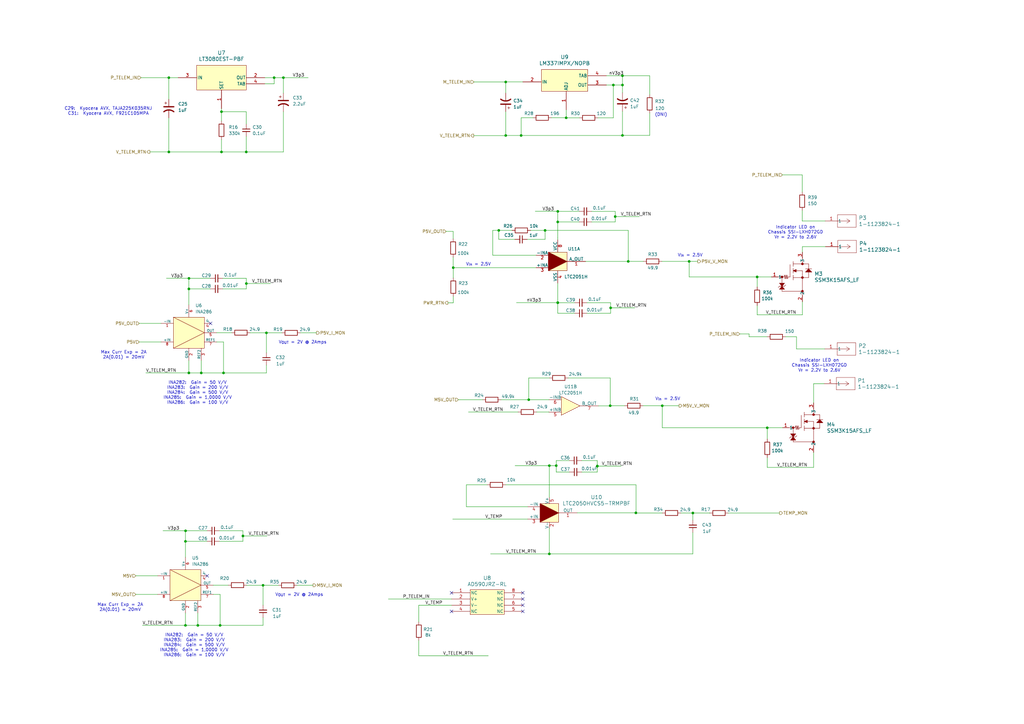
<source format=kicad_sch>
(kicad_sch (version 20250114) (generator "eeschema") (generator_version "9.0")
  (paper "A3")
  (lib_symbols
    (symbol "Analog_Dev:AD590JRZ-RL" (pin_names (offset 0.254))
      (property "Reference" "U" (at 14.986 5.588 0))
      (property "Value" "AD590JRZ" (at 14.986 3.048 0))
      (symbol "AD590JRZ-RL_0_1"
        (pin unspecified line (at 0 0 0) (length 7.62) (name "NC") (number "1"))
        (pin unspecified line (at 0 -2.54 0) (length 7.62) (name "V+") (number "2"))
        (pin unspecified line (at 0 -5.08 0) (length 7.62) (name "V-") (number "3"))
        (pin unspecified line (at 0 -7.62 0) (length 7.62) (name "NC") (number "4"))
        (pin unspecified line (at 29.21 0 180) (length 7.62) (name "NC") (number "8"))
        (pin unspecified line (at 29.21 -2.54 180) (length 7.62) (name "NC") (number "7"))
        (pin unspecified line (at 29.21 -5.08 180) (length 7.62) (name "NC") (number "6"))
        (pin unspecified line (at 29.21 -7.62 180) (length 7.62) (name "NC") (number "5"))
      )
    )
    (symbol "Analog_Dev:LT3080EST-PBF" (pin_names (offset 0.254))
      (property "Reference" "U" (at 10.16 16.51 0))
      (property "Value" "LT3080EST-PBF" (at 10.16 13.97 0))
      (symbol "LT3080EST-PBF_0_1"
        (pin power_in line (at -7.62 5.08 0) (length 7.62) (name "IN") (number "3"))
        (pin input line (at 10.16 -7.62 90) (length 7.62) (name "SET") (number "1"))
        (pin output line (at 27.94 5.08 180) (length 7.62) (name "OUT") (number "2"))
      )
      (symbol "LT3080EST-PBF_1_1"
        (pin output line (at 27.94 2.54 180) (length 7.62) (name "TAB") (number "4"))
      )
    )
    (symbol "Analog_Dev:LTC2050HVCS5-TRMPBF" (pin_names (offset 0))
      (property "Reference" "U" (at 7.366 -2.54 0))
      (property "Value" "LTC2050HVCS5-TRMPBF" (at 20.32 -5.334 0))
      (symbol "LTC2050HVCS5-TRMPBF_1_1"
        (pin input line (at -5.08 6.35 0) (length 5.08) (name "-IN") (number "4"))
        (pin input line (at -5.08 1.27 0) (length 5.08) (name "+IN") (number "3"))
        (pin power_in line (at 3.81 10.16 270) (length 2.54) (name "V+") (number "5"))
        (pin power_in line (at 3.81 -2.54 90) (length 2.54) (name "V-") (number "2"))
        (pin output line (at 15.24 3.81 180) (length 7.62) (name "OUT") (number "1"))
      )
    )
    (symbol "Analog_Dev:LTC2051HVIMS8_PBF" (pin_names (offset 0))
      (property "Reference" "U" (at 7.112 -2.032 0))
      (property "Value" "LTC2051HVCS8#TRPBF" (at 13.97 10.16 0))
      (symbol "LTC2051HVIMS8_PBF_1_1"
        (pin input line (at -5.08 6.35 0) (length 5.08) (name "-INA") (number "2"))
        (pin input line (at -5.08 1.27 0) (length 5.08) (name "+INA") (number "3"))
        (pin power_in line (at 3.81 12.7 270) (length 5.08) (name "VCC") (number "8"))
        (pin power_in line (at 3.81 -5.08 90) (length 5.08) (name "VSS") (number "4"))
        (pin output line (at 15.24 3.81 180) (length 7.62) (name "A_OUT") (number "1"))
      )
      (symbol "LTC2051HVIMS8_PBF_2_1"
        (pin input line (at -5.08 6.35 0) (length 5.08) (name "-INB") (number "6"))
        (pin input line (at -5.08 1.27 0) (length 5.08) (name "+INB") (number "5"))
        (pin output line (at 15.24 3.81 180) (length 7.62) (name "B_OUT") (number "7"))
      )
    )
    (symbol "Device:C_Polarized_US" (pin_numbers (hide yes)) (pin_names (offset 0.254) (hide yes))
      (property "Reference" "C" (at 0.635 2.54 0))
      (property "Value" "C_Polarized_US" (at 0.635 -2.54 0))
      (symbol "C_Polarized_US_1_1"
        (pin passive line (at 0 3.81 270) (length 2.794) (name "~") (number "1"))
        (pin passive line (at 0 -3.81 90) (length 3.302) (name "~") (number "2"))
      )
    )
    (symbol "Device:C_Small" (pin_numbers (hide yes)) (pin_names (offset 0.254) (hide yes))
      (property "Reference" "C" (at 0.254 1.778 0))
      (property "Value" "C_Small" (at 0.254 -2.032 0))
      (symbol "C_Small_1_1"
        (pin passive line (at 0 2.54 270) (length 2.032) (name "~") (number "1"))
        (pin passive line (at 0 -2.54 90) (length 2.032) (name "~") (number "2"))
      )
    )
    (symbol "Device:R" (pin_numbers (hide yes)) (pin_names (offset 0))
      (property "Reference" "R" (at 2.032 0 90))
      (property "Value" "R" (at 0 0 90))
      (symbol "R_1_1"
        (pin passive line (at 0 3.81 270) (length 1.27) (name "~") (number "1"))
        (pin passive line (at 0 -3.81 90) (length 1.27) (name "~") (number "2"))
      )
    )
    (symbol "Passive_Parts:R" (pin_numbers (hide yes)) (pin_names (offset 0) (hide yes))
      (property "Reference" "R" (at 2.54 5.08 0))
      (symbol "R_1_1"
        (pin passive line (at -1.27 2.54 0) (length 1.27) (name "~") (number "1"))
        (pin passive line (at 6.35 2.54 180) (length 1.27) (name "~") (number "2"))
      )
    )
    (symbol "TE_Connectivity:1-1123824-1" (pin_names (offset 0.254))
      (property "Reference" "P" (at 8.89 6.35 0))
      (property "Value" "1-1123824-1" (at 0 0 0))
      (symbol "1-1123824-1_0_1"
        (pin unspecified line (at 0 0 0) (length 5.08) (name "1") (number "1"))
      )
    )
    (symbol "Texas Instruments:INA28x" (pin_names (offset 0))
      (property "Reference" "U" (at -2.032 -3.556 0))
      (property "Value" "INA28x" (at -6.096 14.478 0))
      (symbol "INA28x_0_0"
        (pin input line (at -5.08 10.16 0) (length 5.08) (name "-IN") (number "1"))
        (pin input line (at -5.08 2.54 0) (length 5.08) (name "+IN") (number "8"))
        (pin power_in line (at 6.35 17.78 270) (length 5.08) (name "V+") (number "6"))
        (pin power_in line (at 6.35 -5.08 90) (length 5.08) (name "GND") (number "2"))
        (pin input line (at 11.43 -5.08 90) (length 5.08) (name "REF2") (number "3"))
        (pin output line (at 17.78 6.35 180) (length 5.08) (name "OUT") (number "5"))
        (pin input line (at 17.78 2.54 180) (length 5.08) (name "REF1") (number "7"))
      )
      (symbol "INA28x_1_1"
        (pin passive line (at 15.24 10.16 180) (length 2.54) (name "4") (number "4"))
      )
    )
    (symbol "Texas Instruments:LM337IMPX_NOPB" (pin_names (offset 0.254))
      (property "Reference" "U" (at 16.51 13.97 0))
      (property "Value" "LM337IMPX/NOPB" (at 16.51 11.43 0))
      (symbol "LM337IMPX_NOPB_0_1"
        (pin power_in line (at 0 3.81 0) (length 7.62) (name "IN") (number "2"))
        (pin input line (at 17.78 -7.62 90) (length 7.62) (name "ADJ") (number "1"))
        (pin power_in line (at 34.29 6.35 180) (length 7.62) (name "TAB") (number "4"))
        (pin power_in line (at 34.29 2.54 180) (length 7.62) (name "OUT") (number "3"))
      )
    )
    (symbol "Toshiba_Semiconductor:SSM3K15AFS_LF" (pin_names (offset 0.254))
      (property "Reference" "MOSFET" (at 0 0 0))
      (property "Value" "SSM3K15AFS_LF" (at 0 0 0))
      (symbol "SSM3K15AFS_LF_0_1"
        (pin unspecified line (at -2.54 -7.62 0) (length 2.54) (name "1") (number "1"))
        (pin unspecified line (at 10.16 2.54 270) (length 2.54) (name "3") (number "3"))
        (pin unspecified line (at 10.16 -17.78 90) (length 2.54) (name "2") (number "2"))
      )
    )
  )
  (text "V_{in} = 2.5V" (at 196.22 108.4583 0) (effects (font (size 1.27 1.27))))
  (text "(DNI)" (at 271.1338 47.1252 0) (effects (font (size 1.27 1.27))))
  (text "C29:  Kyocera AVX, TAJA225K035RNJ\nC31:  Kyocera AVX, F921C105MPA" (at 44.4308 45.6362 0) (effects (font (size 1.27 1.27))))
  (text "Indicator LED on\nChassis SSI-LXH072GD\nV_{f} = 2.2V to 2.6V" (at 326.2626 95.3379 0) (effects (font (size 1.27 1.27))))
  (text "V_{in} = 2.5V" (at 283.08 104.7571 0) (effects (font (size 1.27 1.27))))
  (text "V_{OUT} = 2V @ 2Amps" (at 122.7385 243.9986 0) (effects (font (size 1.27 1.27))))
  (text "V_{in} = 2.5V" (at 273.8886 163.6878 0) (effects (font (size 1.27 1.27))))
  (text "INA282:  Gain = 50 V/V\nINA283:  Gain = 200 V/V\nINA284:  Gain = 500 V/V\nINA285:  Gain = 1,0000 V/V\nINA286:  Gain = 100 V/V" (at 81.0496 161.1118 0) (effects (font (size 1.27 1.27))))
  (text "V_{OUT} = 2V @ 2Amps" (at 124.1379 140.4575 0) (effects (font (size 1.27 1.27))))
  (text "Max Curr Exp = 2A\n2A(0.01) = 20mV" (at 49.3248 249.1397 0) (effects (font (size 1.27 1.27))))
  (text "Indicator LED on\nChassis SSI-LXH072GD\nV_{f} = 2.2V to 2.6V" (at 336.0425 149.9631 0) (effects (font (size 1.27 1.27))))
  (text "Max Curr Exp = 2A\n2A(0.01) = 20mV" (at 50.7242 145.5986 0) (effects (font (size 1.27 1.27))))
  (text "INA282:  Gain = 50 V/V\nINA283:  Gain = 200 V/V\nINA284:  Gain = 500 V/V\nINA285:  Gain = 1,0000 V/V\nINA286:  Gain = 100 V/V" (at 79.6502 264.6529 0) (effects (font (size 1.27 1.27))))
  (junction (at 76.0685 256.4943))
  (junction (at 69.2618 62.3242))
  (junction (at 76.0685 222.0373))
  (junction (at 314.6906 175.4571))
  (junction (at 228.7414 91.032))
  (junction (at 284.1793 210.404))
  (junction (at 112.4324 31.8442))
  (junction (at 185.8914 109.7696))
  (junction (at 244.9761 191.1683))
  (junction (at 77.4679 152.9532))
  (junction (at 109.2838 136.5183))
  (junction (at 232.2088 48.3234))
  (junction (at 228.1448 190.9774))
  (junction (at 216.8564 163.9388))
  (junction (at 81.1485 256.5032))
  (junction (at 90.8424 62.3242))
  (junction (at 213.7366 55.5678))
  (junction (at 260.8065 210.3555))
  (junction (at 101.0024 62.3242))
  (junction (at 255.3061 31.0591))
  (junction (at 225.32 227.1837))
  (junction (at 282.6441 107.2179))
  (junction (at 107.8844 240.0594))
  (junction (at 90.274 256.5032))
  (junction (at 207.4182 55.5678))
  (junction (at 250.2677 166.4051))
  (junction (at 116.2424 31.8442))
  (junction (at 310.5401 113.5839))
  (junction (at 77.5028 114.1699))
  (junction (at 225.32 190.9774))
  (junction (at 228.7559 124.1553))
  (junction (at 271.6367 166.4051))
  (junction (at 251.5731 34.8691))
  (junction (at 207.4182 33.6191))
  (junction (at 90.8424 45.8142))
  (junction (at 252.3128 88.8208))
  (junction (at 228.7763 86.7057))
  (junction (at 82.5479 152.9621))
  (junction (at 77.4679 118.4962))
  (junction (at 255.3061 34.8691))
  (junction (at 244.9885 191.1683))
  (junction (at 69.2524 31.8442))
  (junction (at 250.4345 126.2704))
  (junction (at 76.1034 217.711))
  (junction (at 204.5732 94.5017))
  (junction (at 223.5557 94.5017))
  (junction (at 99.6399 219.8261))
  (junction (at 228.7559 124.1154))
  (junction (at 91.6734 152.9621))
  (junction (at 255.3061 55.5379))
  (junction (at 257.674 107.2179))
  (junction (at 101.0393 116.285))
  (no_connect (at 214.4111 248.2195))
  (no_connect (at 214.4111 250.7595))
  (no_connect (at 84.9585 236.1853))
  (no_connect (at 214.4111 245.6795))
  (no_connect (at 214.4111 243.1395))
  (no_connect (at 185.2011 250.7595))
  (no_connect (at 185.2011 243.1395))
  (no_connect (at 86.3579 132.6442))
  (wire (pts (xy 210.0028 94.5017) (xy 204.5732 94.5017)))
  (wire (pts (xy 188.0007 163.9245) (xy 197.8987 163.9245)))
  (wire (pts (xy 61.4962 62.305) (xy 69.2618 62.305)))
  (wire (pts (xy 329.008 90.6409) (xy 338.417 90.6409)))
  (wire (pts (xy 207.4182 33.6191) (xy 207.4182 38.156)))
  (wire (pts (xy 235.6764 128.4816) (xy 228.7559 128.4816)))
  (wire (pts (xy 69.2524 40.7342) (xy 69.2524 31.8442)))
  (wire (pts (xy 216.8564 155.0227) (xy 216.8564 163.9388)))
  (wire (pts (xy 116.2424 38.1942) (xy 116.2424 31.8442)))
  (wire (pts (xy 88.8979 136.4544) (xy 88.8979 136.4542)))
  (wire (pts (xy 260.8065 210.3555) (xy 236.75 210.3555)))
  (wire (pts (xy 244.9761 193.6019) (xy 244.9761 191.1683)))
  (wire (pts (xy 82.5479 152.9621) (xy 82.5479 147.8842)))
  (wire (pts (xy 240.7743 124.1553) (xy 250.4345 124.1553)))
  (wire (pts (xy 211.8157 124.1154) (xy 228.7559 124.1154)))
  (wire (pts (xy 238.6041 193.6019) (xy 244.9761 193.6019)))
  (wire (pts (xy 284.1793 210.404) (xy 291.083 210.404)))
  (wire (pts (xy 185.8914 113.9479) (xy 185.9184 113.9479)))
  (wire (pts (xy 77.4679 152.9621) (xy 82.5479 152.9621)))
  (wire (pts (xy 220.1052 168.986) (xy 225.1541 168.986)))
  (wire (pts (xy 204.5732 98.1868) (xy 204.5732 94.5017)))
  (wire (pts (xy 223.5557 94.5017) (xy 257.674 94.5017)))
  (wire (pts (xy 204.5732 94.5017) (xy 202.0925 94.5017)))
  (wire (pts (xy 101.0024 62.3242) (xy 90.8424 62.3242)))
  (wire (pts (xy 171.779 262.6886) (xy 171.779 268.9864)))
  (wire (pts (xy 248.7188 34.8691) (xy 251.5731 34.8691)))
  (wire (pts (xy 225.32 190.9774) (xy 225.32 204.0055)))
  (wire (pts (xy 257.674 107.2296) (xy 240.1859 107.2296)))
  (wire (pts (xy 91.6734 152.9621) (xy 82.5479 152.9621)))
  (wire (pts (xy 90.8424 45.8142) (xy 90.8424 49.6242)))
  (wire (pts (xy 225.32 190.9774) (xy 228.1448 190.9774)))
  (wire (pts (xy 244.9885 191.1683) (xy 254.8029 191.1683)))
  (wire (pts (xy 185.8465 94.9134) (xy 185.8465 97.9134)))
  (wire (pts (xy 86.2812 118.4962) (xy 77.4679 118.4962)))
  (wire (pts (xy 314.6906 175.3977) (xy 314.6906 175.4571)))
  (wire (pts (xy 271.6367 166.4051) (xy 278.4915 166.4051)))
  (wire (pts (xy 307.2305 136.9734) (xy 307.2305 138.1356)))
  (wire (pts (xy 201.19 227.1837) (xy 225.32 227.1837)))
  (wire (pts (xy 242.6526 86.7057) (xy 252.3128 86.7057)))
  (wire (pts (xy 77.4679 118.4962) (xy 77.4679 125.0242)))
  (wire (pts (xy 86.2991 114.1699) (xy 77.5028 114.1699)))
  (wire (pts (xy 228.7559 97.56) (xy 228.7414 97.56)))
  (wire (pts (xy 107.8844 253.2802) (xy 107.8844 256.5032)))
  (wire (pts (xy 64.6385 243.8053) (xy 55.6951 243.8053)))
  (wire (pts (xy 271.6367 175.4571) (xy 271.6367 166.4051)))
  (wire (pts (xy 252.3128 86.7057) (xy 252.3128 88.8208)))
  (wire (pts (xy 223.5557 98.1868) (xy 223.5557 94.5017)))
  (wire (pts (xy 248.7188 31.0591) (xy 255.3061 31.0591)))
  (wire (pts (xy 99.6399 222.0373) (xy 89.9618 222.0373)))
  (wire (pts (xy 108.6224 34.3842) (xy 112.4324 34.3842)))
  (wire (pts (xy 171.779 255.0686) (xy 171.779 248.2195)))
  (wire (pts (xy 101.2293 240.0594) (xy 107.8844 240.0594)))
  (wire (pts (xy 279.2369 210.404) (xy 284.1793 210.404)))
  (wire (pts (xy 95.0087 136.4544) (xy 88.8979 136.4544)))
  (wire (pts (xy 69.2524 62.3242) (xy 69.2618 62.3242)))
  (wire (pts (xy 185.8465 109.7696) (xy 185.8914 109.7696)))
  (wire (pts (xy 266.4601 46.4053) (xy 266.4601 55.5379)))
  (wire (pts (xy 66.0379 140.2642) (xy 57.0945 140.2642)))
  (wire (pts (xy 260.8664 198.8634) (xy 260.8664 210.3555)))
  (wire (pts (xy 81.1485 256.5032) (xy 81.1485 251.4253)))
  (wire (pts (xy 90.274 256.5032) (xy 81.1485 256.5032)))
  (wire (pts (xy 232.9859 155.0227) (xy 250.2677 155.0227)))
  (wire (pts (xy 282.6441 113.5839) (xy 310.5401 113.5839)))
  (wire (pts (xy 66.8398 217.677) (xy 76.1034 217.677)))
  (wire (pts (xy 216.43 207.8155) (xy 191.2996 207.8155)))
  (wire (pts (xy 185.9184 124.2196) (xy 183.7171 124.2196)))
  (wire (pts (xy 320.9849 175.3977) (xy 314.6906 175.3977)))
  (wire (pts (xy 207.4182 45.776) (xy 207.4182 55.5678)))
  (wire (pts (xy 250.2677 166.4051) (xy 250.2677 166.4839)))
  (wire (pts (xy 112.4324 31.8442) (xy 108.6224 31.8442)))
  (wire (pts (xy 207.4182 55.5678) (xy 213.7366 55.5678)))
  (wire (pts (xy 101.0393 118.4962) (xy 91.3612 118.4962)))
  (wire (pts (xy 255.3061 31.0591) (xy 255.3061 34.8691)))
  (wire (pts (xy 282.6441 107.2179) (xy 286.1895 107.2179)))
  (wire (pts (xy 237.5547 91.032) (xy 228.7414 91.032)))
  (wire (pts (xy 314.6906 191.7164) (xy 333.6849 191.7164)))
  (wire (pts (xy 99.6399 217.711) (xy 99.6399 219.8261)))
  (wire (pts (xy 99.6399 219.8261) (xy 99.6399 222.0373)))
  (wire (pts (xy 107.8844 240.0594) (xy 114.2111 240.0594)))
  (wire (pts (xy 76.0685 217.711) (xy 76.0685 222.0373)))
  (wire (pts (xy 228.7763 86.6717) (xy 228.7763 86.7057)))
  (wire (pts (xy 244.9761 188.8922) (xy 238.5681 188.8922)))
  (wire (pts (xy 64.6385 236.1853) (xy 55.6951 236.1853)))
  (wire (pts (xy 185.8914 109.7696) (xy 185.8914 113.9479)))
  (wire (pts (xy 256.1663 166.4051) (xy 250.2677 166.4051)))
  (wire (pts (xy 228.7559 124.1553) (xy 228.7559 128.4816)))
  (wire (pts (xy 84.8818 222.0373) (xy 76.0685 222.0373)))
  (wire (pts (xy 257.674 94.5017) (xy 257.674 107.2179)))
  (wire (pts (xy 202.0925 104.6896) (xy 219.8659 104.6896)))
  (wire (pts (xy 213.7366 55.5678) (xy 255.3061 55.5678)))
  (wire (pts (xy 212.4852 168.986) (xy 192.1175 168.986)))
  (wire (pts (xy 109.2838 152.9621) (xy 91.6734 152.9621)))
  (wire (pts (xy 232.2088 48.3475) (xy 237.6367 48.3475)))
  (wire (pts (xy 244.9761 191.1683) (xy 244.9885 191.1683)))
  (wire (pts (xy 329.008 71.7368) (xy 329.008 78.7145)))
  (wire (pts (xy 307.2305 138.1356) (xy 314.5942 138.1356)))
  (wire (pts (xy 109.5626 219.8261) (xy 99.6399 219.8261)))
  (wire (pts (xy 194.3197 55.6126) (xy 207.4182 55.6126)))
  (wire (pts (xy 207.4182 33.5991) (xy 214.4288 33.5991)))
  (wire (pts (xy 216.43 212.8955) (xy 185.661 212.8955)))
  (wire (pts (xy 250.2677 155.0227) (xy 250.2677 166.4051)))
  (wire (pts (xy 250.2677 166.4839) (xy 245.4741 166.4839)))
  (wire (pts (xy 77.4679 114.1699) (xy 77.4679 118.4962)))
  (wire (pts (xy 329.1106 101.1488) (xy 338.5622 101.1488)))
  (wire (pts (xy 217.6228 94.5017) (xy 223.5557 94.5017)))
  (wire (pts (xy 109.2838 136.5183) (xy 115.6105 136.5183)))
  (wire (pts (xy 228.7414 91.032) (xy 228.7414 97.56)))
  (wire (pts (xy 232.2088 48.3234) (xy 232.2088 48.3475)))
  (wire (pts (xy 205.5187 163.9388) (xy 216.8564 163.9388)))
  (wire (pts (xy 260.3572 126.2704) (xy 250.4345 126.2704)))
  (wire (pts (xy 202.0925 94.5017) (xy 202.0925 104.6896)))
  (wire (pts (xy 101.0393 116.285) (xy 101.0393 118.4962)))
  (wire (pts (xy 266.4601 38.7853) (xy 266.4601 31.0591)))
  (wire (pts (xy 207.4182 33.5991) (xy 207.4182 33.6191)))
  (wire (pts (xy 123.2305 136.5183) (xy 129.7763 136.5183)))
  (wire (pts (xy 252.3128 88.8208) (xy 252.3128 91.032)))
  (wire (pts (xy 252.3128 91.032) (xy 242.6347 91.032)))
  (wire (pts (xy 225.3659 155.0227) (xy 216.8564 155.0227)))
  (wire (pts (xy 116.2424 45.8142) (xy 116.2424 62.3242)))
  (wire (pts (xy 310.5401 125.3201) (xy 310.5401 129.1369)))
  (wire (pts (xy 69.2524 48.3542) (xy 69.2524 62.3242)))
  (wire (pts (xy 91.3791 114.1699) (xy 101.0393 114.1699)))
  (wire (pts (xy 90.8424 62.3242) (xy 90.8424 57.2442)))
  (wire (pts (xy 101.0024 55.9742) (xy 101.0024 62.3242)))
  (wire (pts (xy 102.6287 136.4544) (xy 102.6287 136.5183)))
  (wire (pts (xy 207.4051 198.8634) (xy 260.8664 198.8634)))
  (wire (pts (xy 101.0024 62.3242) (xy 116.2424 62.3242)))
  (wire (pts (xy 77.4679 152.9532) (xy 77.4679 152.9621)))
  (wire (pts (xy 310.5401 113.5839) (xy 310.5401 117.7001)))
  (wire (pts (xy 116.2424 31.8442) (xy 126.4024 31.8442)))
  (wire (pts (xy 232.2088 45.0291) (xy 232.2088 48.3234)))
  (wire (pts (xy 233.5241 193.6019) (xy 228.1448 193.6019)))
  (wire (pts (xy 228.7414 86.7057) (xy 228.7414 91.032)))
  (wire (pts (xy 216.2449 98.1868) (xy 223.5557 98.1868)))
  (wire (pts (xy 326.6847 143.1252) (xy 338.2618 143.1252)))
  (wire (pts (xy 216.8564 163.9388) (xy 225.1541 163.9388)))
  (wire (pts (xy 102.6287 136.5183) (xy 109.2838 136.5183)))
  (wire (pts (xy 87.4985 243.8053) (xy 90.274 243.8053)))
  (wire (pts (xy 88.8979 140.2642) (xy 91.6734 140.2642)))
  (wire (pts (xy 90.274 243.8053) (xy 90.274 256.5032)))
  (wire (pts (xy 271.6169 210.404) (xy 260.8065 210.404)))
  (wire (pts (xy 314.6906 175.4571) (xy 314.6906 180.0746)))
  (wire (pts (xy 298.703 210.4166) (xy 319.7177 210.4166)))
  (wire (pts (xy 194.3737 33.6191) (xy 207.4182 33.6191)))
  (wire (pts (xy 333.6849 157.3588) (xy 333.6849 165.2377)))
  (wire (pts (xy 89.9797 217.711) (xy 99.6399 217.711)))
  (wire (pts (xy 225.32 190.9774) (xy 211.2413 190.9774)))
  (wire (pts (xy 225.32 227.1837) (xy 284.1793 227.1837)))
  (wire (pts (xy 207.4182 55.6126) (xy 207.4182 55.5678)))
  (wire (pts (xy 182.9687 94.9134) (xy 185.8465 94.9134)))
  (wire (pts (xy 271.4843 107.2179) (xy 282.6441 107.2179)))
  (wire (pts (xy 121.8311 240.0594) (xy 128.3769 240.0594)))
  (wire (pts (xy 291.083 210.404) (xy 291.083 210.4166)))
  (wire (pts (xy 263.8643 107.2179) (xy 257.674 107.2179)))
  (wire (pts (xy 76.1034 217.677) (xy 76.1034 217.711)))
  (wire (pts (xy 225.1541 163.9388) (xy 225.1541 163.9439)))
  (wire (pts (xy 191.2996 207.8155) (xy 191.2996 198.8634)))
  (wire (pts (xy 225.1541 168.986) (xy 225.1541 169.0239)))
  (wire (pts (xy 211.1649 98.1868) (xy 204.5732 98.1868)))
  (wire (pts (xy 225.32 216.7055) (xy 225.32 227.1837)))
  (wire (pts (xy 219.8659 109.7696) (xy 185.8914 109.7696)))
  (wire (pts (xy 116.2424 31.8442) (xy 112.4324 31.8442)))
  (wire (pts (xy 310.5401 129.1369) (xy 329.1106 129.1369)))
  (wire (pts (xy 57.8224 31.8442) (xy 69.2524 31.8442)))
  (wire (pts (xy 77.5028 114.1699) (xy 77.4679 114.1699)))
  (wire (pts (xy 101.0393 114.1699) (xy 101.0393 116.285)))
  (wire (pts (xy 228.7763 86.7057) (xy 228.7414 86.7057)))
  (wire (pts (xy 228.1448 188.8922) (xy 228.1448 190.9774)))
  (wire (pts (xy 219.5127 86.6717) (xy 228.7763 86.6717)))
  (wire (pts (xy 228.1448 190.9774) (xy 228.1448 193.6019)))
  (wire (pts (xy 87.4985 239.9955) (xy 87.4985 239.9953)))
  (wire (pts (xy 255.3061 55.5678) (xy 255.3061 55.5379)))
  (wire (pts (xy 266.4601 55.5379) (xy 255.3061 55.5379)))
  (wire (pts (xy 266.4601 31.0591) (xy 255.3061 31.0591)))
  (wire (pts (xy 77.5028 114.1359) (xy 77.5028 114.1699)))
  (wire (pts (xy 226.1991 48.3234) (xy 232.2088 48.3234)))
  (wire (pts (xy 255.3061 34.8691) (xy 255.3061 38.0122)))
  (wire (pts (xy 218.5791 48.3234) (xy 213.7366 48.3234)))
  (wire (pts (xy 337.9771 157.3588) (xy 333.6849 157.3588)))
  (wire (pts (xy 69.2524 31.8442) (xy 73.0624 31.8442)))
  (wire (pts (xy 329.008 86.3345) (xy 329.008 90.6409)))
  (wire (pts (xy 244.9761 191.1683) (xy 244.9761 188.8922)))
  (wire (pts (xy 251.5731 48.3475) (xy 251.5731 34.8691)))
  (wire (pts (xy 284.1793 227.1837) (xy 284.1793 218.4213)))
  (wire (pts (xy 91.6734 140.2642) (xy 91.6734 152.9621)))
  (wire (pts (xy 250.4345 124.1553) (xy 250.4345 126.2704)))
  (wire (pts (xy 245.2567 48.3475) (xy 251.5731 48.3475)))
  (wire (pts (xy 197.8987 163.9245) (xy 197.8987 163.9388)))
  (wire (pts (xy 314.6906 187.6946) (xy 314.6906 191.7164)))
  (wire (pts (xy 66.0379 132.6442) (xy 57.0945 132.6442)))
  (wire (pts (xy 257.674 107.2179) (xy 257.674 107.2296)))
  (wire (pts (xy 112.4324 34.3842) (xy 112.4324 31.8442)))
  (wire (pts (xy 185.9184 121.5679) (xy 185.9184 124.2196)))
  (wire (pts (xy 93.6093 239.9955) (xy 87.4985 239.9955)))
  (wire (pts (xy 310.5401 113.5839) (xy 316.4106 113.5839)))
  (wire (pts (xy 228.7559 116.1196) (xy 228.7559 124.1154)))
  (wire (pts (xy 107.8844 248.2002) (xy 107.8844 240.0594)))
  (wire (pts (xy 250.4345 126.2704) (xy 250.4345 128.4816)))
  (wire (pts (xy 68.2392 114.1359) (xy 77.5028 114.1359)))
  (wire (pts (xy 235.6943 124.1553) (xy 228.7559 124.1553)))
  (wire (pts (xy 77.4679 147.8842) (xy 77.4679 152.9532)))
  (wire (pts (xy 171.779 248.2195) (xy 185.2011 248.2195)))
  (wire (pts (xy 255.3061 55.5379) (xy 255.3061 45.6322)))
  (wire (pts (xy 244.9885 191.1683) (xy 244.9885 191.1967)))
  (wire (pts (xy 90.8424 44.5442) (xy 90.8424 45.8142)))
  (wire (pts (xy 282.6441 113.5839) (xy 282.6441 107.2179)))
  (wire (pts (xy 314.6906 175.4571) (xy 271.6367 175.4571)))
  (wire (pts (xy 260.8065 210.404) (xy 260.8065 210.3555)))
  (wire (pts (xy 237.5726 86.7057) (xy 228.7763 86.7057)))
  (wire (pts (xy 76.0685 222.0373) (xy 76.0685 228.5653)))
  (wire (pts (xy 76.0685 251.4253) (xy 76.0685 256.4943)))
  (wire (pts (xy 101.2293 239.9955) (xy 101.2293 240.0594)))
  (wire (pts (xy 329.1106 129.1369) (xy 329.1106 123.7439)))
  (wire (pts (xy 303.405 136.9734) (xy 307.2305 136.9734)))
  (wire (pts (xy 101.0024 45.8142) (xy 90.8424 45.8142)))
  (wire (pts (xy 76.0685 256.4943) (xy 76.0685 256.5032)))
  (wire (pts (xy 69.2618 62.305) (xy 69.2618 62.3242)))
  (wire (pts (xy 322.2142 138.1356) (xy 326.6847 138.1356)))
  (wire (pts (xy 333.6849 191.7164) (xy 333.6849 185.5577)))
  (wire (pts (xy 69.2618 62.3242) (xy 90.8424 62.3242)))
  (wire (pts (xy 185.8465 105.5334) (xy 185.8465 109.7696)))
  (wire (pts (xy 110.962 116.285) (xy 101.0393 116.285)))
  (wire (pts (xy 284.1793 213.3413) (xy 284.1793 210.404)))
  (wire (pts (xy 191.2996 198.8634) (xy 199.7851 198.8634)))
  (wire (pts (xy 76.0685 256.5032) (xy 81.1485 256.5032)))
  (wire (pts (xy 101.0024 50.8942) (xy 101.0024 45.8142)))
  (wire (pts (xy 109.2838 149.7391) (xy 109.2838 152.9621)))
  (wire (pts (xy 185.2011 245.6795) (xy 159.2768 245.6795)))
  (wire (pts (xy 109.2838 144.6591) (xy 109.2838 136.5183)))
  (wire (pts (xy 320.8983 71.7368) (xy 329.008 71.7368)))
  (wire (pts (xy 233.4881 188.8922) (xy 228.1448 188.8922)))
  (wire (pts (xy 260.8664 210.3555) (xy 260.8065 210.3555)))
  (wire (pts (xy 76.1034 217.711) (xy 76.0685 217.711)))
  (wire (pts (xy 213.7366 48.3234) (xy 213.7366 55.5678)))
  (wire (pts (xy 262.2355 88.8208) (xy 252.3128 88.8208)))
  (wire (pts (xy 84.8997 217.711) (xy 76.1034 217.711)))
  (wire (pts (xy 263.7863 166.4051) (xy 271.6367 166.4051)))
  (wire (pts (xy 228.7559 98.3396) (xy 228.7559 97.56)))
  (wire (pts (xy 59.8102 152.9532) (xy 77.4679 152.9532)))
  (wire (pts (xy 251.5731 34.8691) (xy 255.3061 34.8691)))
  (wire (pts (xy 329.1106 103.4239) (xy 329.1106 101.1488)))
  (wire (pts (xy 171.779 268.9864) (xy 200.2831 268.9864)))
  (wire (pts (xy 107.8844 256.5032) (xy 90.274 256.5032)))
  (wire (pts (xy 228.7559 124.1154) (xy 228.7559 124.1553)))
  (wire (pts (xy 250.4345 128.4816) (xy 240.7564 128.4816)))
  (wire (pts (xy 326.6847 138.1356) (xy 326.6847 143.1252)))
  (wire (pts (xy 58.4108 256.4943) (xy 76.0685 256.4943)))
  (label "V3p3" (at 68.7533 217.677 0))
  (label "V_TELEM_RTN" (at 181.6241 268.9864 0))
  (label "V3p3" (at 70.1527 114.1359 0))
  (label "V_TELEM_RTN" (at 193.8832 168.986 0))
  (label "V_TELEM_RTN" (at 314.0558 129.1369 0))
  (label "V_TELEM_RTN" (at 103.2861 116.285 0))
  (label "V_TELEM_RTN" (at 318.6318 191.7164 0))
  (label "nV3p3" (at 216.0027 124.1154 0))
  (label "V_TELEM_RTN" (at 252.6813 126.2704 0))
  (label "nV3p3" (at 249.7844 31.0591 0))
  (label "P_TELEM_IN" (at 165.2088 245.6795 0))
  (label "V_TELEM_RTN" (at 101.8867 219.8261 0))
  (label "V_TELEM_RTN" (at 58.4108 256.4943 0))
  (label "V_TELEM_RTN" (at 207.4457 227.1837 0))
  (label "V_TELEM_RTN" (at 246.7476 191.1683 0))
  (label "V_TELEM_RTN" (at 59.8102 152.9532 0))
  (label "V3p3" (at 215.4539 190.9774 0))
  (label "V_TELEM_RTN" (at 254.5596 88.8208 0))
  (label "V_TEMP" (at 198.9632 212.8955 0))
  (label "V3p3" (at 120.0047 31.8442 0))
  (label "V3p3" (at 222.4246 86.6717 0))
  (label "V_TEMP" (at 174.3978 248.2195 0))
  (hierarchical_label "P5V_OUT" (shape input) (at 182.9687 94.9134 180))
  (hierarchical_label "M5V" (shape input) (at 55.6951 236.1853 180))
  (hierarchical_label "P_TELEM_IN" (shape input) (at 303.405 136.9734 180))
  (hierarchical_label "V_TELEM_RTN" (shape output) (at 194.3197 55.6126 180))
  (hierarchical_label "P5V_I_MON" (shape output) (at 129.7763 136.5183 0))
  (hierarchical_label "M5V_OUT" (shape input) (at 55.6951 243.8053 180))
  (hierarchical_label "M5V_OUT" (shape input) (at 188.0007 163.9245 180))
  (hierarchical_label "P5V" (shape input) (at 57.0945 140.2642 180))
  (hierarchical_label "V_TELEM_RTN" (shape output) (at 61.4962 62.305 180))
  (hierarchical_label "M5V_V_MON" (shape output) (at 278.4915 166.4051 0))
  (hierarchical_label "P5V_V_MON" (shape output) (at 286.1895 107.2179 0))
  (hierarchical_label "M5V_I_MON" (shape output) (at 128.3769 240.0594 0))
  (hierarchical_label "TEMP_MON" (shape output) (at 319.7177 210.4166 0))
  (hierarchical_label "PWR_RTN" (shape output) (at 183.7171 124.2196 180))
  (hierarchical_label "P_TELEM_IN" (shape input) (at 320.8983 71.7368 180))
  (hierarchical_label "M_TELEM_IN" (shape input) (at 194.3737 33.6191 180))
  (hierarchical_label "P5V_OUT" (shape input) (at 57.0945 132.6442 180))
  (hierarchical_label "P_TELEM_IN" (shape input) (at 57.8224 31.8442 180))
  (symbol (lib_id "Device:C_Small") (at 240.0947 91.032 90) (unit 1)
    (property "Reference" "C40" (at 235.8943 89.8695 90))
    (property "Value" "0.01uF" (at 245.817 89.6298 90))
    (property "Footprint" "Capacitor_SMD:C_0402_1005Metric" (effects (hide yes)))
    (property "Datasheet" "https://search.murata.co.jp/Ceramy/image/img/A01X/G101/ENG/GRM155R71C103KA01-01.pdf" (effects (hide yes)))
    (property "Description" "10000 pF ±10% 16V Ceramic Capacitor X7R 0402 (1005 Metric)" (effects (hide yes)))
    (property "Dist. Part Num" "490-1313-1-ND" (effects (hide yes)))
    (property "Distributor" "Digi-Key" (effects (hide yes)))
    (property "Man. Part Num" "GRM155R71C103KA01D" (effects (hide yes)))
    (property "Manufacturer" "Murata Electronics" (effects (hide yes)))
    (property "Package" "0402 (1005 Metric)" (effects (hide yes)))
    (property "Part Type" "SMD" (effects (hide yes)))
  )
  (symbol (lib_id "Device:R") (at 329.008 82.5245 180) (unit 1)
    (property "Reference" "R39" (at 333.2394 81.0062 0))
    (property "Value" "150" (at 333.1832 83.4804 0))
    (property "Footprint" "Resistor_SMD:R_0603_1608Metric" (effects (hide yes)))
    (property "Datasheet" "https://industrial.panasonic.com/cdbs/www-data/pdf/RDM0000/AOA0000C307.pdf" (effects (hide yes)))
    (property "Description" "150 Ohms ±0.1% 0.1W, 1/10W Chip Resistor 0603 (1608 Metric) Automotive AEC-Q200 Thin Film" (effects (hide yes)))
    (property "Dist. Part Num" "P150DBCT-ND" (effects (hide yes)))
    (property "Distributor" "Digi-Key" (effects (hide yes)))
    (property "Man. Part Num" "ERA-3AEB151V" (effects (hide yes)))
    (property "Manufacturer" "Panasonic Electronic Components" (effects (hide yes)))
    (property "Package" "0603 (1608 Metric)" (effects (hide yes)))
    (property "Part Type" "SMD" (effects (hide yes)))
  )
  (symbol (lib_id "Passive_Parts:R") (at 218.8352 166.446 180) (unit 1)
    (property "Reference" "R27" (at 210.9928 166.8511 0))
    (property "Value" "24.9" (at 222.3965 166.8511 0))
    (property "Footprint" "Resistor_SMD:R_0603_1608Metric" (effects (hide yes)))
    (property "Datasheet" "https://www.yageo.com/upload/media/product/app/datasheet/rchip/pyu-rt_1-to-0.01_rohs_l.pdf" (effects (hide yes)))
    (property "Description" "24.9 Ohms ±1% 0.1W, 1/10W Chip Resistor 0603 (1608 Metric) Thin Film" (effects (hide yes)))
    (property "Manufacturer" "YAGEO" (effects (hide yes)))
    (property "Man. Part Num" "RT0603FRE0724R9L" (effects (hide yes)))
    (property "Distributor" "Digi-Key" (effects (hide yes)))
    (property "Dist. Part Num" "13-RT0603FRE0724R9LCT-ND" (effects (hide yes)))
    (property "Part Type" "SMD" (effects (hide yes)))
    (property "Package" "0603 (1608 Metric)" (effects (hide yes)))
  )
  (symbol (lib_id "Device:C_Polarized_US") (at 207.4182 41.966 180) (unit 1)
    (property "Reference" "C34" (at 210.5054 41.3309 0) (effects (justify right)))
    (property "Value" "1uF" (at 210.5054 43.8709 0) (effects (justify right)))
    (property "Footprint" "Capacitor_Tantalum_SMD:CP_EIA-2012-12_Kemet-R" (effects (hide yes)))
    (property "Datasheet" "https://datasheets.kyocera-avx.com/F92.pdf" (effects (hide yes)))
    (property "Description" "1 µF Molded Tantalum Capacitors 16 V 0805 (2012 Metric) 12Ohm" (effects (hide yes)))
    (property "Dist. Part Num" "478-8126-1-ND" (effects (hide yes)))
    (property "Distributor" "Digi-Key" (effects (hide yes)))
    (property "Man. Part Num" "F921C105MPA" (effects (hide yes)))
    (property "Manufacturer" "KYOCERA AVX" (effects (hide yes)))
    (property "Package" "0805 (2012 Metric)" (effects (hide yes)))
    (property "Part Type" "SMD" (effects (hide yes)))
  )
  (symbol (lib_id "Texas Instruments:INA28x") (at 71.1179 142.8042 0) (unit 1)
    (property "Reference" "U6" (at 80.135 125.2973 0) (effects (justify left)))
    (property "Value" "INA286" (at 80.135 127.8373 0) (effects (justify left)))
    (property "Footprint" "Texas_Instruments:INA28x_8SOIC" (effects (hide yes)))
    (property "Datasheet" "https://www.ti.com/general/docs/suppproductinfo.tsp?distId=10&gotoUrl=https%3A%2F%2Fwww.ti.com%2Flit%2Fgpn%2Fina282-q1" (effects (hide yes)))
    (property "Description" "IC CURRENT MONITOR 0.4% 8SOIC" (effects (hide yes)))
    (property "Package" "8-SOIC" (effects (hide yes)))
    (property "Manufacturer" "Texas Instruments" (effects (hide yes)))
    (property "Man. Part Num" "INA286AIDR" (effects (hide yes)))
    (property "Distributor" "Digi-Key" (effects (hide yes)))
    (property "Dist. Part Num" "296-43593-1-ND" (effects (hide yes)))
    (property "Part Type" "SMD" (effects (hide yes)))
  )
  (symbol (lib_id "Device:C_Small") (at 101.0024 53.4342 0) (unit 1)
    (property "Reference" "C30" (at 103.5424 52.1704 0) (effects (justify left)))
    (property "Value" "0.1uF" (at 103.5424 54.7104 0) (effects (justify left)))
    (property "Footprint" "Capacitor_SMD:C_0603_1608Metric" (effects (hide yes)))
    (property "Datasheet" "~https://content.kemet.com/datasheets/KEM_C1002_X7R_SMD.pdf" (effects (hide yes)))
    (property "Description" "0.1 µF ±10% 50V Ceramic Capacitor X7R 0603 (1608 Metric)" (effects (hide yes)))
    (property "Dist. Part Num" "399-C0603C104K5RACTUCT-ND" (effects (hide yes)))
    (property "Distributor" "Digi-Key" (effects (hide yes)))
    (property "Man. Part Num" "C0603C104K5RACTU" (effects (hide yes)))
    (property "Manufacturer" "KEMET" (effects (hide yes)))
    (property "Package" "0603 (1608 Metric)" (effects (hide yes)))
    (property "Part Type" "SMD" (effects (hide yes)))
  )
  (symbol (lib_id "Passive_Parts:R") (at 204.2487 161.3988 180) (unit 1)
    (property "Reference" "R24" (at 196.4943 162.2039 0))
    (property "Value" "49.9k" (at 208.4066 162.6397 0))
    (property "Footprint" "Capacitor_SMD:C_0603_1608Metric" (effects (hide yes)))
    (property "Datasheet" "https://www.vishay.com/docs/28758/tnpw_e3.pdf" (effects (hide yes)))
    (property "Description" "49.9 kOhms ±0.1% 0.21W Chip Resistor 0603 (1608 Metric) Anti-Sulfur, Automotive AEC-Q200, Moisture Resistant Thin Film" (effects (hide yes)))
    (property "Manufacturer" "Vishay Dale" (effects (hide yes)))
    (property "Man. Part Num" "TNPW060349K9BEEA" (effects (hide yes)))
    (property "Distributor" "Digi-Key" (effects (hide yes)))
    (property "Dist. Part Num" "TNP49.9KAACT-ND" (effects (hide yes)))
    (property "Part Type" "SMD" (effects (hide yes)))
    (property "Package" "0603 (1608 Metric)" (effects (hide yes)))
  )
  (symbol (lib_id "Device:C_Polarized_US") (at 69.2524 44.5442 0) (unit 1)
    (property "Reference" "C25" (at 73.0624 42.6391 0) (effects (justify left)))
    (property "Value" "1uF" (at 73.0624 45.1791 0) (effects (justify left)))
    (property "Footprint" "Capacitor_Tantalum_SMD:CP_EIA-2012-12_Kemet-R" (effects (hide yes)))
    (property "Datasheet" "https://datasheets.kyocera-avx.com/F92.pdf" (effects (hide yes)))
    (property "Description" "1 µF Molded Tantalum Capacitors 16 V 0805 (2012 Metric) 12Ohm" (effects (hide yes)))
    (property "Dist. Part Num" "478-8126-1-ND" (effects (hide yes)))
    (property "Distributor" "Digi-Key" (effects (hide yes)))
    (property "Man. Part Num" "F921C105MPA" (effects (hide yes)))
    (property "Manufacturer" "KYOCERA AVX" (effects (hide yes)))
    (property "Package" "0805 (2012 Metric)" (effects (hide yes)))
    (property "Part Type" "SMD" (effects (hide yes)))
  )
  (symbol (lib_id "TE_Connectivity:1-1123824-1") (at 337.9771 157.3588 0) (unit 1)
    (property "Reference" "P1" (at 351.7524 156.0887 0) (effects (font (size 1.524 1.524)) (justify left)))
    (property "Value" "1-1123824-1" (at 351.7524 158.6287 0) (effects (font (size 1.524 1.524)) (justify left)))
    (property "Footprint" "TE_Connectivity:conn1_1-1123824-1_TEC" (effects (hide yes)))
    (property "Datasheet" "https://www.te.com/commerce/DocumentDelivery/DDEController?Action=srchrtrv&DocNm=1123824&DocType=Customer+Drawing&DocLang=Japanese" (effects (hide yes)))
    (property "Description" "Connector Header Through Hole 1 position" (effects (hide yes)))
    (property "Dist. Part Num" "A30708-ND" (effects (hide yes)))
    (property "Distributor" "Digi-Key" (effects (hide yes)))
    (property "Man. Part Num" "1-1123824-1" (effects (hide yes)))
    (property "Manufacturer" "TE Connectivity AMP Connectors" (effects (hide yes)))
    (property "Part Type" "Through Hole" (effects (hide yes)))
  )
  (symbol (lib_id "Device:R") (at 314.6906 183.8846 180) (unit 1)
    (property "Reference" "R37" (at 318.922 182.3663 0))
    (property "Value" "100k" (at 318.8658 184.8405 0))
    (property "Footprint" "Resistor_SMD:R_0603_1608Metric" (effects (hide yes)))
    (property "Datasheet" "https://industrial.panasonic.com/cdbs/www-data/pdf/RDM0000/AOA0000C307.pdf" (effects (hide yes)))
    (property "Description" "100 kOhms ±0.1% 0.1W, 1/10W Chip Resistor 0603 (1608 Metric) Automotive AEC-Q200 Thin Film" (effects (hide yes)))
    (property "Dist. Part Num" "P100KDBCT-ND" (effects (hide yes)))
    (property "Distributor" "Digi-Key" (effects (hide yes)))
    (property "Man. Part Num" "ERA-3AEB104V" (effects (hide yes)))
    (property "Manufacturer" "Panasonic Electronic Components" (effects (hide yes)))
    (property "Package" "0603 (1608 Metric)" (effects (hide yes)))
    (property "Part Type" "SMD" (effects (hide yes)))
  )
  (symbol (lib_id "Device:C_Small") (at 88.8391 114.1699 90) (unit 1)
    (property "Reference" "C29" (at 84.6387 113.0074 90))
    (property "Value" "0.1uF" (at 94.5614 112.7677 90))
    (property "Footprint" "Capacitor_SMD:C_0402_1005Metric" (effects (hide yes)))
    (property "Datasheet" "https://mm.digikey.com/Volume0/opasdata/d220001/medias/docus/729/CL05B104KA5NNNC_Spec.pdf" (effects (hide yes)))
    (property "Description" "0.1 µF ±10% 25V Ceramic Capacitor X7R 0402 (1005 Metric)" (effects (hide yes)))
    (property "Dist. Part Num" "1276-6720-1-ND" (effects (hide yes)))
    (property "Distributor" "Digi-Key" (effects (hide yes)))
    (property "Man. Part Num" "CL05B104KA5NNNC" (effects (hide yes)))
    (property "Manufacturer" "Samsung Electro-Mechanics" (effects (hide yes)))
    (property "Package" "0402 (1005 Metric)" (effects (hide yes)))
    (property "Part Type" "SMD" (effects (hide yes)))
  )
  (symbol (lib_id "Device:R") (at 213.8128 94.5017 90) (unit 1)
    (property "Reference" "R26" (at 208.3481 92.7041 90))
    (property "Value" "10k" (at 218.9899 92.7041 90))
    (property "Footprint" "Resistor_SMD:R_0402_1005Metric" (effects (hide yes)))
    (property "Datasheet" "https://industrial.panasonic.com/cdbs/www-data/pdf/RDM0000/AOA0000C307.pdf" (effects (hide yes)))
    (property "Description" "24.9 kOhms ±0.1% 0.063W, 1/16W Chip Resistor 0402 (1005 Metric) Automotive AEC-Q200 Thin Film" (effects (hide yes)))
    (property "Dist. Part Num" "P24.9KDCCT-ND" (effects (hide yes)))
    (property "Distributor" "Digi-Key" (effects (hide yes)))
    (property "Man. Part Num" "ERA-2AEB2492X" (effects (hide yes)))
    (property "Manufacturer" "Panasonic Electronic Components" (effects (hide yes)))
    (property "Package" "0402 (1005 Metric)" (effects (hide yes)))
    (property "Part Type" "SMD" (effects (hide yes)))
  )
  (symbol (lib_id "TE_Connectivity:1-1123824-1") (at 338.417 90.6409 0) (unit 1)
    (property "Reference" "P3" (at 352.1923 89.3708 0) (effects (font (size 1.524 1.524)) (justify left)))
    (property "Value" "1-1123824-1" (at 352.1923 91.9108 0) (effects (font (size 1.524 1.524)) (justify left)))
    (property "Footprint" "TE_Connectivity:conn1_1-1123824-1_TEC" (effects (hide yes)))
    (property "Datasheet" "https://www.te.com/commerce/DocumentDelivery/DDEController?Action=srchrtrv&DocNm=1123824&DocType=Customer+Drawing&DocLang=Japanese" (effects (hide yes)))
    (property "Description" "Connector Header Through Hole 1 position" (effects (hide yes)))
    (property "Dist. Part Num" "A30708-ND" (effects (hide yes)))
    (property "Distributor" "Digi-Key" (effects (hide yes)))
    (property "Man. Part Num" "1-1123824-1" (effects (hide yes)))
    (property "Manufacturer" "TE Connectivity AMP Connectors" (effects (hide yes)))
    (property "Part Type" "Through Hole" (effects (hide yes)))
  )
  (symbol (lib_id "Toshiba_Semiconductor:SSM3K15AFS_LF") (at 318.9506 105.9639 0) (unit 1)
    (property "Reference" "M3" (at 334.01 112.3138 0) (effects (font (size 1.524 1.524)) (justify left)))
    (property "Value" "SSM3K15AFS_LF" (at 334.01 114.8538 0) (effects (font (size 1.524 1.524)) (justify left)))
    (property "Footprint" "Toshiba_Semi:SSM_TOS" (effects (hide yes)))
    (property "Datasheet" "https://toshiba.semicon-storage.com/info/SSM3K15AFS_datasheet_en_20140301.pdf?did=5914&prodName=SSM3K15AFS" (effects (hide yes)))
    (property "Description" "MOSFET N-CH 30V 100MA SSM" (effects (hide yes)))
    (property "Manufacturer" "Toshiba Semiconductor and Storage" (effects (hide yes)))
    (property "Man. Part Num" "SSM3K15AFS,LF" (effects (hide yes)))
    (property "Distributor" "Digi-Key" (effects (hide yes)))
    (property "Dist. Part Num" "SSM3K15AFSLFCT-ND" (effects (hide yes)))
    (property "Part Type" "SMD" (effects (hide yes)))
    (property "Package" "SSM_TOS" (effects (hide yes)))
  )
  (symbol (lib_id "Device:R") (at 185.9184 117.7579 180) (unit 1)
    (property "Reference" "R23" (at 189.972 116.1671 0))
    (property "Value" "100k" (at 190.1158 119.906 0))
    (property "Footprint" "Capacitor_SMD:C_0603_1608Metric" (effects (hide yes)))
    (property "Datasheet" "https://industrial.panasonic.com/cdbs/www-data/pdf/RDM0000/AOA0000C307.pdf" (effects (hide yes)))
    (property "Description" "100 kOhms ±0.1% 0.1W, 1/10W Chip Resistor 0603 (1608 Metric) Automotive AEC-Q200 Thin Film" (effects (hide yes)))
    (property "Dist. Part Num" "P100KDBCT-ND" (effects (hide yes)))
    (property "Distributor" "Digi-Key" (effects (hide yes)))
    (property "Man. Part Num" "ERA-3AEB104V" (effects (hide yes)))
    (property "Manufacturer" "Panasonic Electronic Components" (effects (hide yes)))
    (property "Package" "0603 (1608 Metric)" (effects (hide yes)))
    (property "Part Type" "SMD" (effects (hide yes)))
  )
  (symbol (lib_id "Device:R") (at 222.3891 48.3234 90) (unit 1)
    (property "Reference" "R28" (at 216.9244 46.5258 90))
    (property "Value" "196" (at 227.5662 46.5258 90))
    (property "Footprint" "Resistor_SMD:R_0603_1608Metric" (effects (hide yes)))
    (property "Datasheet" "https://industrial.panasonic.com/cdbs/www-data/pdf/RDM0000/AOA0000C307.pdf" (effects (hide yes)))
    (property "Description" "196 Ohms ±0.1% 0.1W, 1/10W Chip Resistor 0603 (1608 Metric) Automotive AEC-Q200 Thin Film" (effects (hide yes)))
    (property "Dist. Part Num" "P196DBCT-ND" (effects (hide yes)))
    (property "Distributor" "Digi-Key" (effects (hide yes)))
    (property "Man. Part Num" "ERA-3AEB1960V" (effects (hide yes)))
    (property "Manufacturer" "Panasonic Electronic Components" (effects (hide yes)))
    (property "Package" "0603 (1608 Metric)" (effects (hide yes)))
    (property "Part Type" "SMD" (effects (hide yes)))
  )
  (symbol (lib_id "Device:R") (at 318.4042 138.1356 270) (unit 1)
    (property "Reference" "R38" (at 312.6297 135.7386 90))
    (property "Value" "150" (at 323.8519 135.8476 90))
    (property "Footprint" "Resistor_SMD:R_0603_1608Metric" (effects (hide yes)))
    (property "Datasheet" "https://industrial.panasonic.com/cdbs/www-data/pdf/RDM0000/AOA0000C307.pdf" (effects (hide yes)))
    (property "Description" "150 Ohms ±0.1% 0.1W, 1/10W Chip Resistor 0603 (1608 Metric) Automotive AEC-Q200 Thin Film" (effects (hide yes)))
    (property "Dist. Part Num" "P150DBCT-ND" (effects (hide yes)))
    (property "Distributor" "Digi-Key" (effects (hide yes)))
    (property "Man. Part Num" "ERA-3AEB151V" (effects (hide yes)))
    (property "Manufacturer" "Panasonic Electronic Components" (effects (hide yes)))
    (property "Package" "0603 (1608 Metric)" (effects (hide yes)))
    (property "Part Type" "SMD" (effects (hide yes)))
  )
  (symbol (lib_id "Analog_Dev:AD590JRZ-RL") (at 185.2011 243.1395 0) (unit 1)
    (property "Reference" "U8" (at 199.8061 237.0699 0) (effects (font (size 1.524 1.524))))
    (property "Value" "AD590JRZ-RL" (at 199.8061 239.6099 0) (effects (font (size 1.524 1.524))))
    (property "Footprint" "Analog_Devices:R_8_ADI" (effects (hide yes)))
    (property "Datasheet" "https://www.analog.com/media/en/technical-documentation/data-sheets/AD590.pdf" (effects (hide yes)))
    (property "Description" "SENSOR ANALOG -55C-150C 8SOIC" (effects (hide yes)))
    (property "Manufacturer" "Analog Devices Inc." (effects (hide yes)))
    (property "Man. Part Num" "AD590JRZ" (effects (hide yes)))
    (property "Distributor" "Digi-Key" (effects (hide yes)))
    (property "Dist. Part Num" "AD590JRZ-ND" (effects (hide yes)))
    (property "Part Type" "SMD" (effects (hide yes)))
    (property "Package" "8-SOIC" (effects (hide yes)))
  )
  (symbol (lib_id "Device:R") (at 310.5401 121.5101 180) (unit 1)
    (property "Reference" "R36" (at 314.7715 119.9918 0))
    (property "Value" "100k" (at 314.7153 122.466 0))
    (property "Footprint" "Resistor_SMD:R_0603_1608Metric" (effects (hide yes)))
    (property "Datasheet" "https://industrial.panasonic.com/cdbs/www-data/pdf/RDM0000/AOA0000C307.pdf" (effects (hide yes)))
    (property "Description" "100 kOhms ±0.1% 0.1W, 1/10W Chip Resistor 0603 (1608 Metric) Automotive AEC-Q200 Thin Film" (effects (hide yes)))
    (property "Dist. Part Num" "P100KDBCT-ND" (effects (hide yes)))
    (property "Distributor" "Digi-Key" (effects (hide yes)))
    (property "Man. Part Num" "ERA-3AEB104V" (effects (hide yes)))
    (property "Manufacturer" "Panasonic Electronic Components" (effects (hide yes)))
    (property "Package" "0603 (1608 Metric)" (effects (hide yes)))
    (property "Part Type" "SMD" (effects (hide yes)))
  )
  (symbol (lib_id "Device:C_Small") (at 88.8212 118.4962 90) (unit 1)
    (property "Reference" "C28" (at 84.6208 117.3337 90))
    (property "Value" "0.01uF" (at 94.5435 117.094 90))
    (property "Footprint" "Capacitor_SMD:C_0402_1005Metric" (effects (hide yes)))
    (property "Datasheet" "https://search.murata.co.jp/Ceramy/image/img/A01X/G101/ENG/GRM155R71C103KA01-01.pdf" (effects (hide yes)))
    (property "Description" "10000 pF ±10% 16V Ceramic Capacitor X7R 0402 (1005 Metric)" (effects (hide yes)))
    (property "Dist. Part Num" "490-1313-1-ND" (effects (hide yes)))
    (property "Distributor" "Digi-Key" (effects (hide yes)))
    (property "Man. Part Num" "GRM155R71C103KA01D" (effects (hide yes)))
    (property "Manufacturer" "Murata Electronics" (effects (hide yes)))
    (property "Package" "0402 (1005 Metric)" (effects (hide yes)))
    (property "Part Type" "SMD" (effects (hide yes)))
  )
  (symbol (lib_id "Device:C_Small") (at 238.2164 128.4816 90) (unit 1)
    (property "Reference" "C38" (at 234.016 127.3191 90))
    (property "Value" "0.01uF" (at 243.9387 127.0794 90))
    (property "Footprint" "Capacitor_SMD:C_0402_1005Metric" (effects (hide yes)))
    (property "Datasheet" "https://search.murata.co.jp/Ceramy/image/img/A01X/G101/ENG/GRM155R71C103KA01-01.pdf" (effects (hide yes)))
    (property "Description" "10000 pF ±10% 16V Ceramic Capacitor X7R 0402 (1005 Metric)" (effects (hide yes)))
    (property "Dist. Part Num" "490-1313-1-ND" (effects (hide yes)))
    (property "Distributor" "Digi-Key" (effects (hide yes)))
    (property "Man. Part Num" "GRM155R71C103KA01D" (effects (hide yes)))
    (property "Manufacturer" "Murata Electronics" (effects (hide yes)))
    (property "Package" "0402 (1005 Metric)" (effects (hide yes)))
    (property "Part Type" "SMD" (effects (hide yes)))
  )
  (symbol (lib_id "Passive_Parts:R") (at 226.6359 157.5627 0) (unit 1)
    (property "Reference" "R29" (at 224.0914 153.3146 0))
    (property "Value" "24.9k" (at 236.0036 153.4599 0))
    (property "Footprint" "Resistor_SMD:R_0402_1005Metric" (effects (hide yes)))
    (property "Datasheet" "https://industrial.panasonic.com/cdbs/www-data/pdf/RDM0000/AOA0000C307.pdf" (effects (hide yes)))
    (property "Description" "24.9 kOhms ±0.1% 0.063W, 1/16W Chip Resistor 0402 (1005 Metric) Automotive AEC-Q200 Thin Film" (effects (hide yes)))
    (property "Manufacturer" "Panasonic Electronic Components" (effects (hide yes)))
    (property "Man. Part Num" "ERA-2AEB2492X" (effects (hide yes)))
    (property "Distributor" "Digi-Key" (effects (hide yes)))
    (property "Dist. Part Num" "P24.9KDCCT-ND" (effects (hide yes)))
    (property "Part Type" "SMD" (effects (hide yes)))
    (property "Package" "0402 (1005 Metric)" (effects (hide yes)))
  )
  (symbol (lib_id "TE_Connectivity:1-1123824-1") (at 338.5622 101.1488 0) (unit 1)
    (property "Reference" "P4" (at 352.3375 99.8787 0) (effects (font (size 1.524 1.524)) (justify left)))
    (property "Value" "1-1123824-1" (at 352.3375 102.4187 0) (effects (font (size 1.524 1.524)) (justify left)))
    (property "Footprint" "TE_Connectivity:conn1_1-1123824-1_TEC" (effects (hide yes)))
    (property "Datasheet" "https://www.te.com/commerce/DocumentDelivery/DDEController?Action=srchrtrv&DocNm=1123824&DocType=Customer+Drawing&DocLang=Japanese" (effects (hide yes)))
    (property "Description" "Connector Header Through Hole 1 position" (effects (hide yes)))
    (property "Dist. Part Num" "A30708-ND" (effects (hide yes)))
    (property "Distributor" "Digi-Key" (effects (hide yes)))
    (property "Man. Part Num" "1-1123824-1" (effects (hide yes)))
    (property "Manufacturer" "TE Connectivity AMP Connectors" (effects (hide yes)))
    (property "Part Type" "Through Hole" (effects (hide yes)))
  )
  (symbol (lib_id "Passive_Parts:R") (at 270.2143 104.6779 180) (unit 1)
    (property "Reference" "R33" (at 267.6897 104.3609 0))
    (property "Value" "49.9" (at 267.7381 109.8328 0))
    (property "Footprint" "Resistor_SMD:R_0603_1608Metric" (effects (hide yes)))
    (property "Datasheet" "https://www.vishay.com/docs/28758/tnpw_e3.pdf" (effects (hide yes)))
    (property "Description" "49.9 Ohms ±0.1% 0.21W Chip Resistor 0603 (1608 Metric) Anti-Sulfur, Automotive AEC-Q200, Moisture Resistant Thin Film" (effects (hide yes)))
    (property "Manufacturer" "Vishay Dale" (effects (hide yes)))
    (property "Man. Part Num" "TNPW060349R9BEEA" (effects (hide yes)))
    (property "Distributor" "Digi-Key" (effects (hide yes)))
    (property "Dist. Part Num" "541-2031-1-ND" (effects (hide yes)))
    (property "Part Type" "SMD" (effects (hide yes)))
    (property "Package" "0603 (1608 Metric)" (effects (hide yes)))
  )
  (symbol (lib_id "TE_Connectivity:1-1123824-1") (at 338.2618 143.1252 0) (unit 1)
    (property "Reference" "P2" (at 352.0371 141.8551 0) (effects (font (size 1.524 1.524)) (justify left)))
    (property "Value" "1-1123824-1" (at 352.0371 144.3951 0) (effects (font (size 1.524 1.524)) (justify left)))
    (property "Footprint" "TE_Connectivity:conn1_1-1123824-1_TEC" (effects (hide yes)))
    (property "Datasheet" "https://www.te.com/commerce/DocumentDelivery/DDEController?Action=srchrtrv&DocNm=1123824&DocType=Customer+Drawing&DocLang=Japanese" (effects (hide yes)))
    (property "Description" "Connector Header Through Hole 1 position" (effects (hide yes)))
    (property "Dist. Part Num" "A30708-ND" (effects (hide yes)))
    (property "Distributor" "Digi-Key" (effects (hide yes)))
    (property "Man. Part Num" "1-1123824-1" (effects (hide yes)))
    (property "Manufacturer" "TE Connectivity AMP Connectors" (effects (hide yes)))
    (property "Part Type" "Through Hole" (effects (hide yes)))
  )
  (symbol (lib_id "Device:C_Polarized_US") (at 255.3061 41.8222 180) (unit 1)
    (property "Reference" "C42" (at 258.3933 41.1871 0) (effects (justify right)))
    (property "Value" "1uF" (at 258.3933 43.7271 0) (effects (justify right)))
    (property "Footprint" "Capacitor_Tantalum_SMD:CP_EIA-2012-12_Kemet-R" (effects (hide yes)))
    (property "Datasheet" "https://datasheets.kyocera-avx.com/F92.pdf" (effects (hide yes)))
    (property "Description" "1 µF Molded Tantalum Capacitors 16 V 0805 (2012 Metric) 12Ohm" (effects (hide yes)))
    (property "Dist. Part Num" "478-8126-1-ND" (effects (hide yes)))
    (property "Distributor" "Digi-Key" (effects (hide yes)))
    (property "Man. Part Num" "F921C105MPA" (effects (hide yes)))
    (property "Manufacturer" "KYOCERA AVX" (effects (hide yes)))
    (property "Package" "0805 (2012 Metric)" (effects (hide yes)))
    (property "Part Type" "SMD" (effects (hide yes)))
  )
  (symbol (lib_id "Passive_Parts:R") (at 272.8869 212.944 0) (unit 1)
    (property "Reference" "R34" (at 269.9992 208.9738 0))
    (property "Value" "24.9" (at 281.0721 209.0383 0))
    (property "Footprint" "Resistor_SMD:R_0603_1608Metric" (effects (hide yes)))
    (property "Datasheet" "https://www.yageo.com/upload/media/product/app/datasheet/rchip/pyu-rt_1-to-0.01_rohs_l.pdf" (effects (hide yes)))
    (property "Description" "24.9 Ohms ±1% 0.1W, 1/10W Chip Resistor 0603 (1608 Metric) Thin Film" (effects (hide yes)))
    (property "Manufacturer" "YAGEO" (effects (hide yes)))
    (property "Man. Part Num" "RT0603FRE0724R9L" (effects (hide yes)))
    (property "Distributor" "Digi-Key" (effects (hide yes)))
    (property "Dist. Part Num" "13-RT0603FRE0724R9LCT-ND" (effects (hide yes)))
    (property "Part Type" "SMD" (effects (hide yes)))
    (property "Package" "0603 (1608 Metric)" (effects (hide yes)))
  )
  (symbol (lib_id "Analog_Dev:LTC2051HVIMS8_PBF") (at 224.9459 111.0396 0) (unit 1)
    (property "Reference" "U11" (at 235.4133 102.0794 0))
    (property "Value" "LTC2051H" (at 236.2842 113.4933 0))
    (property "Footprint" "Analog_Devices:R_8_ADI" (effects (hide yes)))
    (property "Datasheet" "https://www.analog.com/media/en/technical-documentation/data-sheets/20512fd.pdf" (effects (hide yes)))
    (property "Description" "IC OPAMP ZERO-DRIFT 2 CIRC 8SOIC" (effects (hide yes)))
    (property "Manufacturer" "Analog Devices Inc." (effects (hide yes)))
    (property "Man. Part Num" "LTC2051HVCS8#TRPBF" (effects (hide yes)))
    (property "Distributor" "Digi-Key" (effects (hide yes)))
    (property "Dist. Part Num" "LTC2051HVCS8#TRPBFCT-ND" (effects (hide yes)))
    (property "Part Type" "SMD" (effects (hide yes)))
    (property "Package" "8-SOIC" (effects (hide yes)))
  )
  (symbol (lib_id "Passive_Parts:R") (at 96.2787 138.9944 0) (unit 1)
    (property "Reference" "R18" (at 93.391 135.0242 0))
    (property "Value" "24.9" (at 104.4639 135.0887 0))
    (property "Footprint" "Resistor_SMD:R_0603_1608Metric" (effects (hide yes)))
    (property "Datasheet" "https://www.yageo.com/upload/media/product/app/datasheet/rchip/pyu-rt_1-to-0.01_rohs_l.pdf" (effects (hide yes)))
    (property "Description" "24.9 Ohms ±1% 0.1W, 1/10W Chip Resistor 0603 (1608 Metric) Thin Film" (effects (hide yes)))
    (property "Manufacturer" "YAGEO" (effects (hide yes)))
    (property "Man. Part Num" "RT0603FRE0724R9L" (effects (hide yes)))
    (property "Distributor" "Digi-Key" (effects (hide yes)))
    (property "Dist. Part Num" "13-RT0603FRE0724R9LCT-ND" (effects (hide yes)))
    (property "Part Type" "SMD" (effects (hide yes)))
    (property "Package" "0603 (1608 Metric)" (effects (hide yes)))
  )
  (symbol (lib_id "Device:C_Small") (at 238.2343 124.1553 90) (unit 1)
    (property "Reference" "C39" (at 234.0339 122.9928 90))
    (property "Value" "0.1uF" (at 243.9566 122.7531 90))
    (property "Footprint" "Capacitor_SMD:C_0402_1005Metric" (effects (hide yes)))
    (property "Datasheet" "https://mm.digikey.com/Volume0/opasdata/d220001/medias/docus/729/CL05B104KA5NNNC_Spec.pdf" (effects (hide yes)))
    (property "Description" "0.1 µF ±10% 25V Ceramic Capacitor X7R 0402 (1005 Metric)" (effects (hide yes)))
    (property "Dist. Part Num" "1276-6720-1-ND" (effects (hide yes)))
    (property "Distributor" "Digi-Key" (effects (hide yes)))
    (property "Man. Part Num" "CL05B104KA5NNNC" (effects (hide yes)))
    (property "Manufacturer" "Samsung Electro-Mechanics" (effects (hide yes)))
    (property "Package" "0402 (1005 Metric)" (effects (hide yes)))
    (property "Part Type" "SMD" (effects (hide yes)))
  )
  (symbol (lib_id "Passive_Parts:R") (at 292.353 212.9566 0) (unit 1)
    (property "Reference" "R17" (at 289.4653 208.9864 0))
    (property "Value" "24.9" (at 300.5382 209.0509 0))
    (property "Footprint" "Resistor_SMD:R_0603_1608Metric" (effects (hide yes)))
    (property "Datasheet" "https://www.yageo.com/upload/media/product/app/datasheet/rchip/pyu-rt_1-to-0.01_rohs_l.pdf" (effects (hide yes)))
    (property "Description" "24.9 Ohms ±1% 0.1W, 1/10W Chip Resistor 0603 (1608 Metric) Thin Film" (effects (hide yes)))
    (property "Manufacturer" "YAGEO" (effects (hide yes)))
    (property "Man. Part Num" "RT0603FRE0724R9L" (effects (hide yes)))
    (property "Distributor" "Digi-Key" (effects (hide yes)))
    (property "Dist. Part Num" "13-RT0603FRE0724R9LCT-ND" (effects (hide yes)))
    (property "Part Type" "SMD" (effects (hide yes)))
    (property "Package" "0603 (1608 Metric)" (effects (hide yes)))
  )
  (symbol (lib_id "Device:C_Small") (at 213.7049 98.1868 270) (unit 1)
    (property "Reference" "C35" (at 208.7436 96.4611 90))
    (property "Value" "1uF" (at 218.882 96.533 90))
    (property "Footprint" "Capacitor_SMD:C_0402_1005Metric" (effects (hide yes)))
    (property "Datasheet" "https://mm.digikey.com/Volume0/opasdata/d220001/medias/docus/3644/CL10B105KA8NNNC_spec.pdf" (effects (hide yes)))
    (property "Description" "1 µF ±10% 25V Ceramic Capacitor X7R 0603 (1608 Metric)" (effects (hide yes)))
    (property "Dist. Part Num" "1276-1184-1-ND" (effects (hide yes)))
    (property "Distributor" "Digi-Key" (effects (hide yes)))
    (property "Man. Part Num" "CL10B105KA8NNNC" (effects (hide yes)))
    (property "Manufacturer" "Samsung Electro-Mechanics" (effects (hide yes)))
    (property "Package" "0603 (1608 Metric)" (effects (hide yes)))
    (property "Part Type" "SMD" (effects (hide yes)))
  )
  (symbol (lib_id "Texas Instruments:INA28x") (at 69.7185 246.3453 0) (unit 1)
    (property "Reference" "U5" (at 78.7356 228.8384 0) (effects (justify left)))
    (property "Value" "INA286" (at 78.7356 231.3784 0) (effects (justify left)))
    (property "Footprint" "Texas_Instruments:INA28x_8SOIC" (effects (hide yes)))
    (property "Datasheet" "https://www.ti.com/general/docs/suppproductinfo.tsp?distId=10&gotoUrl=https%3A%2F%2Fwww.ti.com%2Flit%2Fgpn%2Fina282-q1" (effects (hide yes)))
    (property "Description" "IC CURRENT MONITOR 0.4% 8SOIC" (effects (hide yes)))
    (property "Package" "8-SOIC" (effects (hide yes)))
    (property "Manufacturer" "Texas Instruments" (effects (hide yes)))
    (property "Man. Part Num" "INA286AIDR" (effects (hide yes)))
    (property "Distributor" "Digi-Key" (effects (hide yes)))
    (property "Dist. Part Num" "296-43593-1-ND" (effects (hide yes)))
    (property "Part Type" "SMD" (effects (hide yes)))
  )
  (symbol (lib_id "Device:C_Small") (at 240.1126 86.7057 90) (unit 1)
    (property "Reference" "C41" (at 235.9122 85.5432 90))
    (property "Value" "0.1uF" (at 245.8349 85.3035 90))
    (property "Footprint" "Capacitor_SMD:C_0402_1005Metric" (effects (hide yes)))
    (property "Datasheet" "https://mm.digikey.com/Volume0/opasdata/d220001/medias/docus/729/CL05B104KA5NNNC_Spec.pdf" (effects (hide yes)))
    (property "Description" "0.1 µF ±10% 25V Ceramic Capacitor X7R 0402 (1005 Metric)" (effects (hide yes)))
    (property "Dist. Part Num" "1276-6720-1-ND" (effects (hide yes)))
    (property "Distributor" "Digi-Key" (effects (hide yes)))
    (property "Man. Part Num" "CL05B104KA5NNNC" (effects (hide yes)))
    (property "Manufacturer" "Samsung Electro-Mechanics" (effects (hide yes)))
    (property "Package" "0402 (1005 Metric)" (effects (hide yes)))
    (property "Part Type" "SMD" (effects (hide yes)))
  )
  (symbol (lib_id "Analog_Dev:LT3080EST-PBF") (at 80.6824 36.9242 0) (unit 1)
    (property "Reference" "U7" (at 90.8424 21.6842 0) (effects (font (size 1.524 1.524))))
    (property "Value" "LT3080EST-PBF" (at 90.8424 24.2242 0) (effects (font (size 1.524 1.524))))
    (property "Footprint" "Analog_Devices:SOT-3_ST_LIT" (effects (hide yes)))
    (property "Datasheet" "https://www.analog.com/media/en/technical-documentation/data-sheets/lt3080.pdf" (effects (hide yes)))
    (property "Description" "IC REG LIN POS ADJ 1.1A SOT223-3" (effects (hide yes)))
    (property "Manufacturer" "Analog Devices Inc." (effects (hide yes)))
    (property "Man. Part Num" "LT3080EST#PBF" (effects (hide yes)))
    (property "Distributor" "Digi-Key" (effects (hide yes)))
    (property "Dist. Part Num" "505-LT3080EST#PBF-ND" (effects (hide yes)))
    (property "Part Type" "SMD" (effects (hide yes)))
    (property "Package" "SOT223-3" (effects (hide yes)))
  )
  (symbol (lib_id "Analog_Dev:LTC2050HVCS5-TRMPBF") (at 221.51 214.1655 0) (unit 1)
    (property "Reference" "U10" (at 244.645 203.9353 0) (effects (font (size 1.524 1.524))))
    (property "Value" "LTC2050HVCS5-TRMPBF" (at 244.645 206.4753 0) (effects (font (size 1.524 1.524))))
    (property "Footprint" "Analog_Devices:S_5_ADI" (effects (hide yes)))
    (property "Datasheet" "https://www.analog.com/media/en/technical-documentation/data-sheets/LTC2050-2050HV.pdf" (effects (hide yes)))
    (property "Description" "IC OPAMP ZER-DRIFT 1CIR TSOT23-5" (effects (hide yes)))
    (property "Manufacturer" "Analog Devices Inc." (effects (hide yes)))
    (property "Man. Part Num" "LTC2050HVCS5#TRMPBF" (effects (hide yes)))
    (property "Distributor" "Digi-Key" (effects (hide yes)))
    (property "Dist. Part Num" "505-LTC2050HVCS5#TRMPBFCT-ND" (effects (hide yes)))
    (property "Part Type" "SMD" (effects (hide yes)))
    (property "Package" "TSOT23-5" (effects (hide yes)))
  )
  (symbol (lib_id "Device:R") (at 266.4601 42.5953 180) (unit 1)
    (property "Reference" "R32" (at 270.5586 41.5886 0))
    (property "Value" "120" (at 270.6305 44.4648 0))
    (property "Footprint" "Resistor_SMD:R_0603_1608Metric" (effects (hide yes)))
    (property "Datasheet" "https://industrial.panasonic.com/cdbs/www-data/pdf/RDM0000/AOA0000C307.pdf" (effects (hide yes)))
    (property "Description" "120 Ohms ±0.1% 0.1W, 1/10W Chip Resistor 0603 (1608 Metric) Automotive AEC-Q200 Thin Film" (effects (hide yes)))
    (property "Dist. Part Num" "P120DBCT-ND" (effects (hide yes)))
    (property "Distributor" "Digi-Key" (effects (hide yes)))
    (property "Man. Part Num" "ERA-3AEB121V" (effects (hide yes)))
    (property "Manufacturer" "Panasonic Electronic Components" (effects (hide yes)))
    (property "Package" "0603 (1608 Metric)" (effects (hide yes)))
    (property "Part Type" "SMD" (effects (hide yes)))
  )
  (symbol (lib_id "Device:C_Polarized_US") (at 116.2424 42.0042 0) (unit 1)
    (property "Reference" "C33" (at 120.0524 40.0991 0) (effects (justify left)))
    (property "Value" "2.2uF" (at 120.0524 42.6391 0) (effects (justify left)))
    (property "Footprint" "Capacitor_Tantalum_SMD:CP_EIA-3216-12_Kemet-S" (effects (hide yes)))
    (property "Datasheet" "https://datasheets.kyocera-avx.com/TAJ.pdf" (effects (hide yes)))
    (property "Description" "2.2 µF Molded Tantalum Capacitors 35 V 1206 (3216 Metric) 4.5Ohm" (effects (hide yes)))
    (property "Dist. Part Num" "478-3073-1-ND" (effects (hide yes)))
    (property "Distributor" "Digi-Key" (effects (hide yes)))
    (property "Man. Part Num" "TAJA225K035RNJ" (effects (hide yes)))
    (property "Manufacturer" "KYOCERA AVX" (effects (hide yes)))
    (property "Package" "1206 (3216 Metric)" (effects (hide yes)))
    (property "Part Type" "SMD" (effects (hide yes)))
  )
  (symbol (lib_id "Passive_Parts:R") (at 115.4811 242.5994 0) (unit 1)
    (property "Reference" "R35" (at 112.5934 238.6292 0))
    (property "Value" "24.9" (at 123.6663 238.6937 0))
    (property "Footprint" "Resistor_SMD:R_0603_1608Metric" (effects (hide yes)))
    (property "Datasheet" "https://www.yageo.com/upload/media/product/app/datasheet/rchip/pyu-rt_1-to-0.01_rohs_l.pdf" (effects (hide yes)))
    (property "Description" "24.9 Ohms ±1% 0.1W, 1/10W Chip Resistor 0603 (1608 Metric) Thin Film" (effects (hide yes)))
    (property "Manufacturer" "YAGEO" (effects (hide yes)))
    (property "Man. Part Num" "RT0603FRE0724R9L" (effects (hide yes)))
    (property "Distributor" "Digi-Key" (effects (hide yes)))
    (property "Dist. Part Num" "13-RT0603FRE0724R9LCT-ND" (effects (hide yes)))
    (property "Part Type" "SMD" (effects (hide yes)))
    (property "Package" "0603 (1608 Metric)" (effects (hide yes)))
  )
  (symbol (lib_id "Device:C_Small") (at 284.1793 215.8813 180) (unit 1)
    (property "Reference" "C43" (at 289.8677 215.3061 0))
    (property "Value" "1uF" (at 289.9635 217.8946 0))
    (property "Footprint" "Capacitor_SMD:C_0603_1608Metric" (effects (hide yes)))
    (property "Datasheet" "https://mm.digikey.com/Volume0/opasdata/d220001/medias/docus/3644/CL10B105KA8NNNC_spec.pdf" (effects (hide yes)))
    (property "Description" "1 µF ±10% 25V Ceramic Capacitor X7R 0603 (1608 Metric)" (effects (hide yes)))
    (property "Dist. Part Num" "1276-1184-1-ND" (effects (hide yes)))
    (property "Distributor" "Digi-Key" (effects (hide yes)))
    (property "Man. Part Num" "CL10B105KA8NNNC" (effects (hide yes)))
    (property "Manufacturer" "Samsung Electro-Mechanics" (effects (hide yes)))
    (property "Package" "0603 (1608 Metric)" (effects (hide yes)))
    (property "Part Type" "SMD" (effects (hide yes)))
  )
  (symbol (lib_id "Analog_Dev:LTC2051HVIMS8_PBF") (at 230.2341 170.2939 0) (unit 2)
    (property "Reference" "U11" (at 234.0441 158.5662 0))
    (property "Value" "LTC2051H" (at 234.0441 161.1062 0))
    (property "Footprint" "Analog_Devices:R_8_ADI" (effects (hide yes)))
    (property "Datasheet" "https://www.analog.com/media/en/technical-documentation/data-sheets/20512fd.pdf" (effects (hide yes)))
    (property "Description" "IC OPAMP ZERO-DRIFT 2 CIRC 8SOIC" (effects (hide yes)))
    (property "Manufacturer" "Analog Devices Inc." (effects (hide yes)))
    (property "Man. Part Num" "LTC2051HVCS8#TRPBF" (effects (hide yes)))
    (property "Distributor" "Digi-Key" (effects (hide yes)))
    (property "Dist. Part Num" "LTC2051HVCS8#TRPBFCT-ND" (effects (hide yes)))
    (property "Part Type" "SMD" (effects (hide yes)))
    (property "Package" "8-SOIC" (effects (hide yes)))
  )
  (symbol (lib_id "Device:C_Small") (at 236.0281 188.8922 90) (unit 1)
    (property "Reference" "C36" (at 231.8277 187.7297 90))
    (property "Value" "0.1uF" (at 241.7504 187.49 90))
    (property "Footprint" "Capacitor_SMD:C_0402_1005Metric" (effects (hide yes)))
    (property "Datasheet" "https://mm.digikey.com/Volume0/opasdata/d220001/medias/docus/729/CL05B104KA5NNNC_Spec.pdf" (effects (hide yes)))
    (property "Description" "0.1 µF ±10% 25V Ceramic Capacitor X7R 0402 (1005 Metric)" (effects (hide yes)))
    (property "Dist. Part Num" "1276-6720-1-ND" (effects (hide yes)))
    (property "Distributor" "Digi-Key" (effects (hide yes)))
    (property "Man. Part Num" "CL05B104KA5NNNC" (effects (hide yes)))
    (property "Manufacturer" "Samsung Electro-Mechanics" (effects (hide yes)))
    (property "Package" "0402 (1005 Metric)" (effects (hide yes)))
    (property "Part Type" "SMD" (effects (hide yes)))
  )
  (symbol (lib_id "Device:R") (at 203.5951 198.8634 270) (unit 1)
    (property "Reference" "R25" (at 197.5552 197.0898 90))
    (property "Value" "10k" (at 209.6829 196.8021 90))
    (property "Footprint" "Resistor_SMD:R_0402_1005Metric" (effects (hide yes)))
    (property "Datasheet" "https://industrial.panasonic.com/cdbs/www-data/pdf/RDM0000/AOA0000C307.pdf" (effects (hide yes)))
    (property "Description" "24.9 kOhms ±0.1% 0.063W, 1/16W Chip Resistor 0402 (1005 Metric) Automotive AEC-Q200 Thin Film" (effects (hide yes)))
    (property "Dist. Part Num" "P24.9KDCCT-ND" (effects (hide yes)))
    (property "Distributor" "Digi-Key" (effects (hide yes)))
    (property "Man. Part Num" "ERA-2AEB2492X" (effects (hide yes)))
    (property "Manufacturer" "Panasonic Electronic Components" (effects (hide yes)))
    (property "Package" "0402 (1005 Metric)" (effects (hide yes)))
    (property "Part Type" "SMD" (effects (hide yes)))
  )
  (symbol (lib_id "Device:R") (at 185.8465 101.7234 180) (unit 1)
    (property "Reference" "R22" (at 189.9001 100.1326 0))
    (property "Value" "100k" (at 190.0439 103.8715 0))
    (property "Footprint" "Capacitor_SMD:C_0603_1608Metric" (effects (hide yes)))
    (property "Datasheet" "https://industrial.panasonic.com/cdbs/www-data/pdf/RDM0000/AOA0000C307.pdf" (effects (hide yes)))
    (property "Description" "100 kOhms ±0.1% 0.1W, 1/10W Chip Resistor 0603 (1608 Metric) Automotive AEC-Q200 Thin Film" (effects (hide yes)))
    (property "Dist. Part Num" "P100KDBCT-ND" (effects (hide yes)))
    (property "Distributor" "Digi-Key" (effects (hide yes)))
    (property "Man. Part Num" "ERA-3AEB104V" (effects (hide yes)))
    (property "Manufacturer" "Panasonic Electronic Components" (effects (hide yes)))
    (property "Package" "0603 (1608 Metric)" (effects (hide yes)))
    (property "Part Type" "SMD" (effects (hide yes)))
  )
  (symbol (lib_id "Texas Instruments:LM337IMPX_NOPB") (at 214.4288 37.4091 0) (unit 1)
    (property "Reference" "U9" (at 231.5738 23.407 0) (effects (font (size 1.524 1.524))))
    (property "Value" "LM337IMPX/NOPB" (at 231.5738 25.947 0) (effects (font (size 1.524 1.524))))
    (property "Footprint" "Texas_Instruments:LM337IMPX" (effects (hide yes)))
    (property "Datasheet" "https://www.ti.com/lit/ds/symlink/lm337-n.pdf?ts=1741122983351&ref_url=https%253A%252F%252Fwww.mouser.com%252F" (effects (hide yes)))
    (property "Description" "Linear Voltage Regulators 3-Term Adj Neg Reg A 926-LM337IMP/NOPB" (effects (hide yes)))
    (property "Manufacturer" "Texas Instruments" (effects (hide yes)))
    (property "Man. Part Num" "LM337IMPX/NOPB" (effects (hide yes)))
    (property "Distributor" "Mouser" (effects (hide yes)))
    (property "Dist. Part Num" "926-LM337IMPX/NOPB" (effects (hide yes)))
    (property "Part Type" "SMD" (effects (hide yes)))
    (property "Package" "SOT223-4" (effects (hide yes)))
  )
  (symbol (lib_id "Passive_Parts:R") (at 93.3824 55.9742 90) (unit 1)
    (property "Reference" "R16" (at 93.7533 52.1641 90) (effects (justify right)))
    (property "Value" "330k" (at 93.7533 54.7041 90) (effects (justify right)))
    (property "Footprint" "Resistor_SMD:R_0603_1608Metric" (effects (hide yes)))
    (property "Datasheet" "https://industrial.panasonic.com/cdbs/www-data/pdf/RDM0000/AOA0000C307.pdf" (effects (hide yes)))
    (property "Description" "330 kOhms ±0.1% 0.1W, 1/10W Chip Resistor 0603 (1608 Metric) Automotive AEC-Q200 Thin Film" (effects (hide yes)))
    (property "Manufacturer" "Panasonic Electronic Components" (effects (hide yes)))
    (property "Man. Part Num" "ERA-3AEB334V" (effects (hide yes)))
    (property "Distributor" "Digi-Key" (effects (hide yes)))
    (property "Dist. Part Num" "P330KDBCT-ND" (effects (hide yes)))
    (property "Part Type" "SMD" (effects (hide yes)))
    (property "Package" "0603 (1608 Metric)" (effects (hide yes)))
  )
  (symbol (lib_id "Device:C_Small") (at 87.4218 222.0373 90) (unit 1)
    (property "Reference" "C26" (at 83.2214 220.8748 90))
    (property "Value" "0.01uF" (at 93.1441 220.6351 90))
    (property "Footprint" "Capacitor_SMD:C_0402_1005Metric" (effects (hide yes)))
    (property "Datasheet" "https://search.murata.co.jp/Ceramy/image/img/A01X/G101/ENG/GRM155R71C103KA01-01.pdf" (effects (hide yes)))
    (property "Description" "10000 pF ±10% 16V Ceramic Capacitor X7R 0402 (1005 Metric)" (effects (hide yes)))
    (property "Dist. Part Num" "490-1313-1-ND" (effects (hide yes)))
    (property "Distributor" "Digi-Key" (effects (hide yes)))
    (property "Man. Part Num" "GRM155R71C103KA01D" (effects (hide yes)))
    (property "Manufacturer" "Murata Electronics" (effects (hide yes)))
    (property "Package" "0402 (1005 Metric)" (effects (hide yes)))
    (property "Part Type" "SMD" (effects (hide yes)))
  )
  (symbol (lib_id "Device:R") (at 241.4467 48.3475 90) (unit 1)
    (property "Reference" "R30" (at 235.982 46.5499 90))
    (property "Value" "120" (at 246.6238 46.5499 90))
    (property "Footprint" "Resistor_SMD:R_0603_1608Metric" (effects (hide yes)))
    (property "Datasheet" "https://industrial.panasonic.com/cdbs/www-data/pdf/RDM0000/AOA0000C307.pdf" (effects (hide yes)))
    (property "Description" "120 Ohms ±0.1% 0.1W, 1/10W Chip Resistor 0603 (1608 Metric) Automotive AEC-Q200 Thin Film" (effects (hide yes)))
    (property "Dist. Part Num" "P120DBCT-ND" (effects (hide yes)))
    (property "Distributor" "Digi-Key" (effects (hide yes)))
    (property "Man. Part Num" "ERA-3AEB121V" (effects (hide yes)))
    (property "Manufacturer" "Panasonic Electronic Components" (effects (hide yes)))
    (property "Package" "0603 (1608 Metric)" (effects (hide yes)))
    (property "Part Type" "SMD" (effects (hide yes)))
  )
  (symbol (lib_id "Device:C_Small") (at 236.0641 193.6019 90) (unit 1)
    (property "Reference" "C37" (at 231.8637 192.4394 90))
    (property "Value" "0.01uF" (at 241.7864 192.1997 90))
    (property "Footprint" "Capacitor_SMD:C_0402_1005Metric" (effects (hide yes)))
    (property "Datasheet" "https://search.murata.co.jp/Ceramy/image/img/A01X/G101/ENG/GRM155R71C103KA01-01.pdf" (effects (hide yes)))
    (property "Description" "10000 pF ±10% 16V Ceramic Capacitor X7R 0402 (1005 Metric)" (effects (hide yes)))
    (property "Dist. Part Num" "490-1313-1-ND" (effects (hide yes)))
    (property "Distributor" "Digi-Key" (effects (hide yes)))
    (property "Man. Part Num" "GRM155R71C103KA01D" (effects (hide yes)))
    (property "Manufacturer" "Murata Electronics" (effects (hide yes)))
    (property "Package" "0402 (1005 Metric)" (effects (hide yes)))
    (property "Part Type" "SMD" (effects (hide yes)))
  )
  (symbol (lib_id "Device:R") (at 171.779 258.8786 0) (unit 1)
    (property "Reference" "R21" (at 175.5899 258.1595 0))
    (property "Value" "8k" (at 175.5899 260.4604 0))
    (property "Footprint" "Capacitor_SMD:C_0603_1608Metric" (effects (hide yes)))
    (property "Datasheet" "https://www.yageo.com/upload/media/product/app/datasheet/rchip/pyu-rt_1-to-0.01_rohs_l.pdf" (effects (hide yes)))
    (property "Description" "8 kOhms ±0.1% 0.1W, 1/10W Chip Resistor 0603 (1608 Metric) Thin Film" (effects (hide yes)))
    (property "Dist. Part Num" "13-RT0603BRE078KLCT-ND" (effects (hide yes)))
    (property "Distributor" "Digi-Key" (effects (hide yes)))
    (property "Man. Part Num" "RT0603BRE078KL" (effects (hide yes)))
    (property "Manufacturer" "YAGEO" (effects (hide yes)))
    (property "Package" "0603 (1608 Metric)" (effects (hide yes)))
    (property "Part Type" "SMD" (effects (hide yes)))
  )
  (symbol (lib_id "Device:C_Small") (at 87.4397 217.711 90) (unit 1)
    (property "Reference" "C27" (at 83.2393 216.5485 90))
    (property "Value" "0.1uF" (at 93.162 216.3088 90))
    (property "Footprint" "Capacitor_SMD:C_0402_1005Metric" (effects (hide yes)))
    (property "Datasheet" "https://mm.digikey.com/Volume0/opasdata/d220001/medias/docus/729/CL05B104KA5NNNC_Spec.pdf" (effects (hide yes)))
    (property "Description" "0.1 µF ±10% 25V Ceramic Capacitor X7R 0402 (1005 Metric)" (effects (hide yes)))
    (property "Dist. Part Num" "1276-6720-1-ND" (effects (hide yes)))
    (property "Distributor" "Digi-Key" (effects (hide yes)))
    (property "Man. Part Num" "CL05B104KA5NNNC" (effects (hide yes)))
    (property "Manufacturer" "Samsung Electro-Mechanics" (effects (hide yes)))
    (property "Package" "0402 (1005 Metric)" (effects (hide yes)))
    (property "Part Type" "SMD" (effects (hide yes)))
  )
  (symbol (lib_id "Passive_Parts:R") (at 262.5163 163.8651 180) (unit 1)
    (property "Reference" "R31" (at 260.1597 163.6069 0))
    (property "Value" "49.9" (at 259.9015 169.2886 0))
    (property "Footprint" "Resistor_SMD:R_0603_1608Metric" (effects (hide yes)))
    (property "Datasheet" "https://www.vishay.com/docs/28758/tnpw_e3.pdf" (effects (hide yes)))
    (property "Description" "49.9 Ohms ±0.1% 0.21W Chip Resistor 0603 (1608 Metric) Anti-Sulfur, Automotive AEC-Q200, Moisture Resistant Thin Film" (effects (hide yes)))
    (property "Manufacturer" "Vishay Dale" (effects (hide yes)))
    (property "Man. Part Num" "TNPW060349R9BEEA" (effects (hide yes)))
    (property "Distributor" "Digi-Key" (effects (hide yes)))
    (property "Dist. Part Num" "541-2031-1-ND" (effects (hide yes)))
    (property "Part Type" "SMD" (effects (hide yes)))
    (property "Package" "0603 (1608 Metric)" (effects (hide yes)))
  )
  (symbol (lib_id "Passive_Parts:R") (at 116.8805 139.0583 0) (unit 1)
    (property "Reference" "R19" (at 113.9928 135.0881 0))
    (property "Value" "24.9" (at 125.0657 135.1526 0))
    (property "Footprint" "Resistor_SMD:R_0603_1608Metric" (effects (hide yes)))
    (property "Datasheet" "https://www.yageo.com/upload/media/product/app/datasheet/rchip/pyu-rt_1-to-0.01_rohs_l.pdf" (effects (hide yes)))
    (property "Description" "24.9 Ohms ±1% 0.1W, 1/10W Chip Resistor 0603 (1608 Metric) Thin Film" (effects (hide yes)))
    (property "Manufacturer" "YAGEO" (effects (hide yes)))
    (property "Man. Part Num" "RT0603FRE0724R9L" (effects (hide yes)))
    (property "Distributor" "Digi-Key" (effects (hide yes)))
    (property "Dist. Part Num" "13-RT0603FRE0724R9LCT-ND" (effects (hide yes)))
    (property "Part Type" "SMD" (effects (hide yes)))
    (property "Package" "0603 (1608 Metric)" (effects (hide yes)))
  )
  (symbol (lib_id "Device:C_Small") (at 109.2838 147.1991 180) (unit 1)
    (property "Reference" "C32" (at 114.9722 146.6239 0))
    (property "Value" "1uF" (at 115.068 149.2124 0))
    (property "Footprint" "Capacitor_SMD:C_0603_1608Metric" (effects (hide yes)))
    (property "Datasheet" "https://mm.digikey.com/Volume0/opasdata/d220001/medias/docus/3644/CL10B105KA8NNNC_spec.pdf" (effects (hide yes)))
    (property "Description" "1 µF ±10% 25V Ceramic Capacitor X7R 0603 (1608 Metric)" (effects (hide yes)))
    (property "Dist. Part Num" "1276-1184-1-ND" (effects (hide yes)))
    (property "Distributor" "Digi-Key" (effects (hide yes)))
    (property "Man. Part Num" "CL10B105KA8NNNC" (effects (hide yes)))
    (property "Manufacturer" "Samsung Electro-Mechanics" (effects (hide yes)))
    (property "Package" "0603 (1608 Metric)" (effects (hide yes)))
    (property "Part Type" "SMD" (effects (hide yes)))
  )
  (symbol (lib_id "Device:C_Small") (at 107.8844 250.7402 180) (unit 1)
    (property "Reference" "C31" (at 113.5728 250.165 0))
    (property "Value" "1uF" (at 113.6686 252.7535 0))
    (property "Footprint" "Capacitor_SMD:C_0603_1608Metric" (effects (hide yes)))
    (property "Datasheet" "https://mm.digikey.com/Volume0/opasdata/d220001/medias/docus/3644/CL10B105KA8NNNC_spec.pdf" (effects (hide yes)))
    (property "Description" "1 µF ±10% 25V Ceramic Capacitor X7R 0603 (1608 Metric)" (effects (hide yes)))
    (property "Dist. Part Num" "1276-1184-1-ND" (effects (hide yes)))
    (property "Distributor" "Digi-Key" (effects (hide yes)))
    (property "Man. Part Num" "CL10B105KA8NNNC" (effects (hide yes)))
    (property "Manufacturer" "Samsung Electro-Mechanics" (effects (hide yes)))
    (property "Package" "0603 (1608 Metric)" (effects (hide yes)))
    (property "Part Type" "SMD" (effects (hide yes)))
  )
  (symbol (lib_id "Toshiba_Semiconductor:SSM3K15AFS_LF") (at 323.5249 167.7777 0) (unit 1)
    (property "Reference" "M4" (at 339.09 174.1276 0) (effects (font (size 1.524 1.524)) (justify left)))
    (property "Value" "SSM3K15AFS_LF" (at 339.09 176.6676 0) (effects (font (size 1.524 1.524)) (justify left)))
    (property "Footprint" "Toshiba_Semi:SSM_TOS" (effects (hide yes)))
    (property "Datasheet" "https://toshiba.semicon-storage.com/info/SSM3K15AFS_datasheet_en_20140301.pdf?did=5914&prodName=SSM3K15AFS" (effects (hide yes)))
    (property "Description" "MOSFET N-CH 30V 100MA SSM" (effects (hide yes)))
    (property "Manufacturer" "Toshiba Semiconductor and Storage" (effects (hide yes)))
    (property "Man. Part Num" "SSM3K15AFS,LF" (effects (hide yes)))
    (property "Distributor" "Digi-Key" (effects (hide yes)))
    (property "Dist. Part Num" "SSM3K15AFSLFCT-ND" (effects (hide yes)))
    (property "Part Type" "SMD" (effects (hide yes)))
    (property "Package" "SSM_TOS" (effects (hide yes)))
  )
  (symbol (lib_id "Passive_Parts:R") (at 94.8793 242.5355 0) (unit 1)
    (property "Reference" "R20" (at 92.1131 237.2028 0))
    (property "Value" "24.9" (at 103.0645 238.6298 0))
    (property "Footprint" "Resistor_SMD:R_0603_1608Metric" (effects (hide yes)))
    (property "Datasheet" "https://www.yageo.com/upload/media/product/app/datasheet/rchip/pyu-rt_1-to-0.01_rohs_l.pdf" (effects (hide yes)))
    (property "Description" "24.9 Ohms ±1% 0.1W, 1/10W Chip Resistor 0603 (1608 Metric) Thin Film" (effects (hide yes)))
    (property "Manufacturer" "YAGEO" (effects (hide yes)))
    (property "Man. Part Num" "RT0603FRE0724R9L" (effects (hide yes)))
    (property "Distributor" "Digi-Key" (effects (hide yes)))
    (property "Dist. Part Num" "13-RT0603FRE0724R9LCT-ND" (effects (hide yes)))
    (property "Part Type" "SMD" (effects (hide yes)))
    (property "Package" "0603 (1608 Metric)" (effects (hide yes)))
  )
)
</source>
